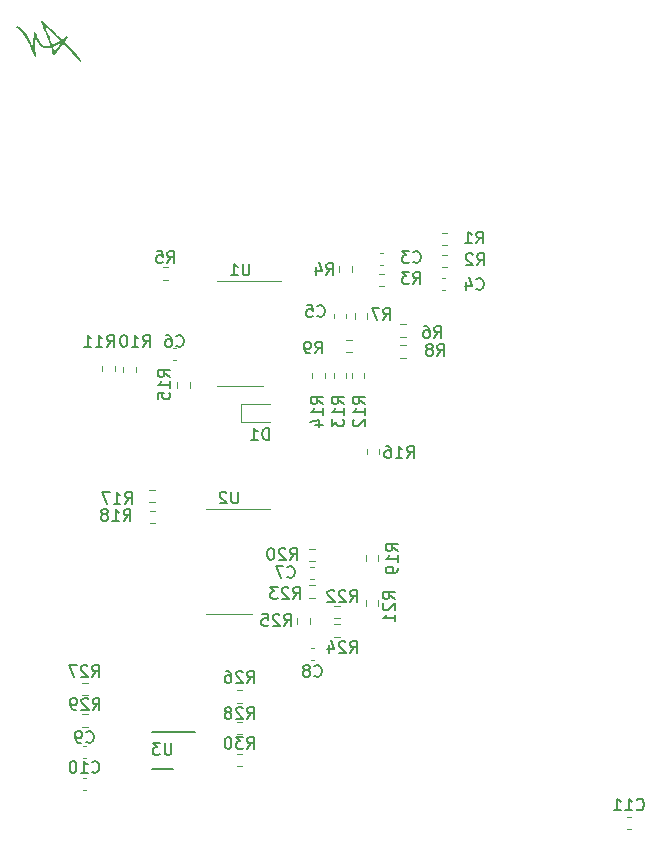
<source format=gbr>
%TF.GenerationSoftware,KiCad,Pcbnew,(7.0.0)*%
%TF.CreationDate,2024-02-23T19:06:02-08:00*%
%TF.ProjectId,Bottom_Board,426f7474-6f6d-45f4-926f-6172642e6b69,0*%
%TF.SameCoordinates,Original*%
%TF.FileFunction,Legend,Bot*%
%TF.FilePolarity,Positive*%
%FSLAX46Y46*%
G04 Gerber Fmt 4.6, Leading zero omitted, Abs format (unit mm)*
G04 Created by KiCad (PCBNEW (7.0.0)) date 2024-02-23 19:06:02*
%MOMM*%
%LPD*%
G01*
G04 APERTURE LIST*
%ADD10C,0.150000*%
%ADD11C,0.120000*%
%ADD12C,0.200000*%
G04 APERTURE END LIST*
D10*
%TO.C,D1*%
X123570094Y-100951380D02*
X123570094Y-99951380D01*
X123570094Y-99951380D02*
X123331999Y-99951380D01*
X123331999Y-99951380D02*
X123189142Y-99999000D01*
X123189142Y-99999000D02*
X123093904Y-100094238D01*
X123093904Y-100094238D02*
X123046285Y-100189476D01*
X123046285Y-100189476D02*
X122998666Y-100379952D01*
X122998666Y-100379952D02*
X122998666Y-100522809D01*
X122998666Y-100522809D02*
X123046285Y-100713285D01*
X123046285Y-100713285D02*
X123093904Y-100808523D01*
X123093904Y-100808523D02*
X123189142Y-100903761D01*
X123189142Y-100903761D02*
X123331999Y-100951380D01*
X123331999Y-100951380D02*
X123570094Y-100951380D01*
X122046285Y-100951380D02*
X122617713Y-100951380D01*
X122331999Y-100951380D02*
X122331999Y-99951380D01*
X122331999Y-99951380D02*
X122427237Y-100094238D01*
X122427237Y-100094238D02*
X122522475Y-100189476D01*
X122522475Y-100189476D02*
X122617713Y-100237095D01*
%TO.C,R11*%
X109862857Y-93077380D02*
X110196190Y-92601190D01*
X110434285Y-93077380D02*
X110434285Y-92077380D01*
X110434285Y-92077380D02*
X110053333Y-92077380D01*
X110053333Y-92077380D02*
X109958095Y-92125000D01*
X109958095Y-92125000D02*
X109910476Y-92172619D01*
X109910476Y-92172619D02*
X109862857Y-92267857D01*
X109862857Y-92267857D02*
X109862857Y-92410714D01*
X109862857Y-92410714D02*
X109910476Y-92505952D01*
X109910476Y-92505952D02*
X109958095Y-92553571D01*
X109958095Y-92553571D02*
X110053333Y-92601190D01*
X110053333Y-92601190D02*
X110434285Y-92601190D01*
X108910476Y-93077380D02*
X109481904Y-93077380D01*
X109196190Y-93077380D02*
X109196190Y-92077380D01*
X109196190Y-92077380D02*
X109291428Y-92220238D01*
X109291428Y-92220238D02*
X109386666Y-92315476D01*
X109386666Y-92315476D02*
X109481904Y-92363095D01*
X107958095Y-93077380D02*
X108529523Y-93077380D01*
X108243809Y-93077380D02*
X108243809Y-92077380D01*
X108243809Y-92077380D02*
X108339047Y-92220238D01*
X108339047Y-92220238D02*
X108434285Y-92315476D01*
X108434285Y-92315476D02*
X108529523Y-92363095D01*
%TO.C,R13*%
X129907380Y-97909142D02*
X129431190Y-97575809D01*
X129907380Y-97337714D02*
X128907380Y-97337714D01*
X128907380Y-97337714D02*
X128907380Y-97718666D01*
X128907380Y-97718666D02*
X128955000Y-97813904D01*
X128955000Y-97813904D02*
X129002619Y-97861523D01*
X129002619Y-97861523D02*
X129097857Y-97909142D01*
X129097857Y-97909142D02*
X129240714Y-97909142D01*
X129240714Y-97909142D02*
X129335952Y-97861523D01*
X129335952Y-97861523D02*
X129383571Y-97813904D01*
X129383571Y-97813904D02*
X129431190Y-97718666D01*
X129431190Y-97718666D02*
X129431190Y-97337714D01*
X129907380Y-98861523D02*
X129907380Y-98290095D01*
X129907380Y-98575809D02*
X128907380Y-98575809D01*
X128907380Y-98575809D02*
X129050238Y-98480571D01*
X129050238Y-98480571D02*
X129145476Y-98385333D01*
X129145476Y-98385333D02*
X129193095Y-98290095D01*
X128907380Y-99194857D02*
X128907380Y-99813904D01*
X128907380Y-99813904D02*
X129288333Y-99480571D01*
X129288333Y-99480571D02*
X129288333Y-99623428D01*
X129288333Y-99623428D02*
X129335952Y-99718666D01*
X129335952Y-99718666D02*
X129383571Y-99766285D01*
X129383571Y-99766285D02*
X129478809Y-99813904D01*
X129478809Y-99813904D02*
X129716904Y-99813904D01*
X129716904Y-99813904D02*
X129812142Y-99766285D01*
X129812142Y-99766285D02*
X129859761Y-99718666D01*
X129859761Y-99718666D02*
X129907380Y-99623428D01*
X129907380Y-99623428D02*
X129907380Y-99337714D01*
X129907380Y-99337714D02*
X129859761Y-99242476D01*
X129859761Y-99242476D02*
X129812142Y-99194857D01*
%TO.C,R15*%
X115175380Y-95623142D02*
X114699190Y-95289809D01*
X115175380Y-95051714D02*
X114175380Y-95051714D01*
X114175380Y-95051714D02*
X114175380Y-95432666D01*
X114175380Y-95432666D02*
X114223000Y-95527904D01*
X114223000Y-95527904D02*
X114270619Y-95575523D01*
X114270619Y-95575523D02*
X114365857Y-95623142D01*
X114365857Y-95623142D02*
X114508714Y-95623142D01*
X114508714Y-95623142D02*
X114603952Y-95575523D01*
X114603952Y-95575523D02*
X114651571Y-95527904D01*
X114651571Y-95527904D02*
X114699190Y-95432666D01*
X114699190Y-95432666D02*
X114699190Y-95051714D01*
X115175380Y-96575523D02*
X115175380Y-96004095D01*
X115175380Y-96289809D02*
X114175380Y-96289809D01*
X114175380Y-96289809D02*
X114318238Y-96194571D01*
X114318238Y-96194571D02*
X114413476Y-96099333D01*
X114413476Y-96099333D02*
X114461095Y-96004095D01*
X114175380Y-97480285D02*
X114175380Y-97004095D01*
X114175380Y-97004095D02*
X114651571Y-96956476D01*
X114651571Y-96956476D02*
X114603952Y-97004095D01*
X114603952Y-97004095D02*
X114556333Y-97099333D01*
X114556333Y-97099333D02*
X114556333Y-97337428D01*
X114556333Y-97337428D02*
X114603952Y-97432666D01*
X114603952Y-97432666D02*
X114651571Y-97480285D01*
X114651571Y-97480285D02*
X114746809Y-97527904D01*
X114746809Y-97527904D02*
X114984904Y-97527904D01*
X114984904Y-97527904D02*
X115080142Y-97480285D01*
X115080142Y-97480285D02*
X115127761Y-97432666D01*
X115127761Y-97432666D02*
X115175380Y-97337428D01*
X115175380Y-97337428D02*
X115175380Y-97099333D01*
X115175380Y-97099333D02*
X115127761Y-97004095D01*
X115127761Y-97004095D02*
X115080142Y-96956476D01*
%TO.C,C8*%
X127420666Y-120922142D02*
X127468285Y-120969761D01*
X127468285Y-120969761D02*
X127611142Y-121017380D01*
X127611142Y-121017380D02*
X127706380Y-121017380D01*
X127706380Y-121017380D02*
X127849237Y-120969761D01*
X127849237Y-120969761D02*
X127944475Y-120874523D01*
X127944475Y-120874523D02*
X127992094Y-120779285D01*
X127992094Y-120779285D02*
X128039713Y-120588809D01*
X128039713Y-120588809D02*
X128039713Y-120445952D01*
X128039713Y-120445952D02*
X127992094Y-120255476D01*
X127992094Y-120255476D02*
X127944475Y-120160238D01*
X127944475Y-120160238D02*
X127849237Y-120065000D01*
X127849237Y-120065000D02*
X127706380Y-120017380D01*
X127706380Y-120017380D02*
X127611142Y-120017380D01*
X127611142Y-120017380D02*
X127468285Y-120065000D01*
X127468285Y-120065000D02*
X127420666Y-120112619D01*
X126849237Y-120445952D02*
X126944475Y-120398333D01*
X126944475Y-120398333D02*
X126992094Y-120350714D01*
X126992094Y-120350714D02*
X127039713Y-120255476D01*
X127039713Y-120255476D02*
X127039713Y-120207857D01*
X127039713Y-120207857D02*
X126992094Y-120112619D01*
X126992094Y-120112619D02*
X126944475Y-120065000D01*
X126944475Y-120065000D02*
X126849237Y-120017380D01*
X126849237Y-120017380D02*
X126658761Y-120017380D01*
X126658761Y-120017380D02*
X126563523Y-120065000D01*
X126563523Y-120065000D02*
X126515904Y-120112619D01*
X126515904Y-120112619D02*
X126468285Y-120207857D01*
X126468285Y-120207857D02*
X126468285Y-120255476D01*
X126468285Y-120255476D02*
X126515904Y-120350714D01*
X126515904Y-120350714D02*
X126563523Y-120398333D01*
X126563523Y-120398333D02*
X126658761Y-120445952D01*
X126658761Y-120445952D02*
X126849237Y-120445952D01*
X126849237Y-120445952D02*
X126944475Y-120493571D01*
X126944475Y-120493571D02*
X126992094Y-120541190D01*
X126992094Y-120541190D02*
X127039713Y-120636428D01*
X127039713Y-120636428D02*
X127039713Y-120826904D01*
X127039713Y-120826904D02*
X126992094Y-120922142D01*
X126992094Y-120922142D02*
X126944475Y-120969761D01*
X126944475Y-120969761D02*
X126849237Y-121017380D01*
X126849237Y-121017380D02*
X126658761Y-121017380D01*
X126658761Y-121017380D02*
X126563523Y-120969761D01*
X126563523Y-120969761D02*
X126515904Y-120922142D01*
X126515904Y-120922142D02*
X126468285Y-120826904D01*
X126468285Y-120826904D02*
X126468285Y-120636428D01*
X126468285Y-120636428D02*
X126515904Y-120541190D01*
X126515904Y-120541190D02*
X126563523Y-120493571D01*
X126563523Y-120493571D02*
X126658761Y-120445952D01*
%TO.C,R16*%
X135262857Y-102475380D02*
X135596190Y-101999190D01*
X135834285Y-102475380D02*
X135834285Y-101475380D01*
X135834285Y-101475380D02*
X135453333Y-101475380D01*
X135453333Y-101475380D02*
X135358095Y-101523000D01*
X135358095Y-101523000D02*
X135310476Y-101570619D01*
X135310476Y-101570619D02*
X135262857Y-101665857D01*
X135262857Y-101665857D02*
X135262857Y-101808714D01*
X135262857Y-101808714D02*
X135310476Y-101903952D01*
X135310476Y-101903952D02*
X135358095Y-101951571D01*
X135358095Y-101951571D02*
X135453333Y-101999190D01*
X135453333Y-101999190D02*
X135834285Y-101999190D01*
X134310476Y-102475380D02*
X134881904Y-102475380D01*
X134596190Y-102475380D02*
X134596190Y-101475380D01*
X134596190Y-101475380D02*
X134691428Y-101618238D01*
X134691428Y-101618238D02*
X134786666Y-101713476D01*
X134786666Y-101713476D02*
X134881904Y-101761095D01*
X133453333Y-101475380D02*
X133643809Y-101475380D01*
X133643809Y-101475380D02*
X133739047Y-101523000D01*
X133739047Y-101523000D02*
X133786666Y-101570619D01*
X133786666Y-101570619D02*
X133881904Y-101713476D01*
X133881904Y-101713476D02*
X133929523Y-101903952D01*
X133929523Y-101903952D02*
X133929523Y-102284904D01*
X133929523Y-102284904D02*
X133881904Y-102380142D01*
X133881904Y-102380142D02*
X133834285Y-102427761D01*
X133834285Y-102427761D02*
X133739047Y-102475380D01*
X133739047Y-102475380D02*
X133548571Y-102475380D01*
X133548571Y-102475380D02*
X133453333Y-102427761D01*
X133453333Y-102427761D02*
X133405714Y-102380142D01*
X133405714Y-102380142D02*
X133358095Y-102284904D01*
X133358095Y-102284904D02*
X133358095Y-102046809D01*
X133358095Y-102046809D02*
X133405714Y-101951571D01*
X133405714Y-101951571D02*
X133453333Y-101903952D01*
X133453333Y-101903952D02*
X133548571Y-101856333D01*
X133548571Y-101856333D02*
X133739047Y-101856333D01*
X133739047Y-101856333D02*
X133834285Y-101903952D01*
X133834285Y-101903952D02*
X133881904Y-101951571D01*
X133881904Y-101951571D02*
X133929523Y-102046809D01*
%TO.C,C3*%
X135802666Y-85870142D02*
X135850285Y-85917761D01*
X135850285Y-85917761D02*
X135993142Y-85965380D01*
X135993142Y-85965380D02*
X136088380Y-85965380D01*
X136088380Y-85965380D02*
X136231237Y-85917761D01*
X136231237Y-85917761D02*
X136326475Y-85822523D01*
X136326475Y-85822523D02*
X136374094Y-85727285D01*
X136374094Y-85727285D02*
X136421713Y-85536809D01*
X136421713Y-85536809D02*
X136421713Y-85393952D01*
X136421713Y-85393952D02*
X136374094Y-85203476D01*
X136374094Y-85203476D02*
X136326475Y-85108238D01*
X136326475Y-85108238D02*
X136231237Y-85013000D01*
X136231237Y-85013000D02*
X136088380Y-84965380D01*
X136088380Y-84965380D02*
X135993142Y-84965380D01*
X135993142Y-84965380D02*
X135850285Y-85013000D01*
X135850285Y-85013000D02*
X135802666Y-85060619D01*
X135469332Y-84965380D02*
X134850285Y-84965380D01*
X134850285Y-84965380D02*
X135183618Y-85346333D01*
X135183618Y-85346333D02*
X135040761Y-85346333D01*
X135040761Y-85346333D02*
X134945523Y-85393952D01*
X134945523Y-85393952D02*
X134897904Y-85441571D01*
X134897904Y-85441571D02*
X134850285Y-85536809D01*
X134850285Y-85536809D02*
X134850285Y-85774904D01*
X134850285Y-85774904D02*
X134897904Y-85870142D01*
X134897904Y-85870142D02*
X134945523Y-85917761D01*
X134945523Y-85917761D02*
X135040761Y-85965380D01*
X135040761Y-85965380D02*
X135326475Y-85965380D01*
X135326475Y-85965380D02*
X135421713Y-85917761D01*
X135421713Y-85917761D02*
X135469332Y-85870142D01*
%TO.C,U1*%
X121919904Y-86035380D02*
X121919904Y-86844904D01*
X121919904Y-86844904D02*
X121872285Y-86940142D01*
X121872285Y-86940142D02*
X121824666Y-86987761D01*
X121824666Y-86987761D02*
X121729428Y-87035380D01*
X121729428Y-87035380D02*
X121538952Y-87035380D01*
X121538952Y-87035380D02*
X121443714Y-86987761D01*
X121443714Y-86987761D02*
X121396095Y-86940142D01*
X121396095Y-86940142D02*
X121348476Y-86844904D01*
X121348476Y-86844904D02*
X121348476Y-86035380D01*
X120348476Y-87035380D02*
X120919904Y-87035380D01*
X120634190Y-87035380D02*
X120634190Y-86035380D01*
X120634190Y-86035380D02*
X120729428Y-86178238D01*
X120729428Y-86178238D02*
X120824666Y-86273476D01*
X120824666Y-86273476D02*
X120919904Y-86321095D01*
%TO.C,R10*%
X112910857Y-93077380D02*
X113244190Y-92601190D01*
X113482285Y-93077380D02*
X113482285Y-92077380D01*
X113482285Y-92077380D02*
X113101333Y-92077380D01*
X113101333Y-92077380D02*
X113006095Y-92125000D01*
X113006095Y-92125000D02*
X112958476Y-92172619D01*
X112958476Y-92172619D02*
X112910857Y-92267857D01*
X112910857Y-92267857D02*
X112910857Y-92410714D01*
X112910857Y-92410714D02*
X112958476Y-92505952D01*
X112958476Y-92505952D02*
X113006095Y-92553571D01*
X113006095Y-92553571D02*
X113101333Y-92601190D01*
X113101333Y-92601190D02*
X113482285Y-92601190D01*
X111958476Y-93077380D02*
X112529904Y-93077380D01*
X112244190Y-93077380D02*
X112244190Y-92077380D01*
X112244190Y-92077380D02*
X112339428Y-92220238D01*
X112339428Y-92220238D02*
X112434666Y-92315476D01*
X112434666Y-92315476D02*
X112529904Y-92363095D01*
X111339428Y-92077380D02*
X111244190Y-92077380D01*
X111244190Y-92077380D02*
X111148952Y-92125000D01*
X111148952Y-92125000D02*
X111101333Y-92172619D01*
X111101333Y-92172619D02*
X111053714Y-92267857D01*
X111053714Y-92267857D02*
X111006095Y-92458333D01*
X111006095Y-92458333D02*
X111006095Y-92696428D01*
X111006095Y-92696428D02*
X111053714Y-92886904D01*
X111053714Y-92886904D02*
X111101333Y-92982142D01*
X111101333Y-92982142D02*
X111148952Y-93029761D01*
X111148952Y-93029761D02*
X111244190Y-93077380D01*
X111244190Y-93077380D02*
X111339428Y-93077380D01*
X111339428Y-93077380D02*
X111434666Y-93029761D01*
X111434666Y-93029761D02*
X111482285Y-92982142D01*
X111482285Y-92982142D02*
X111529904Y-92886904D01*
X111529904Y-92886904D02*
X111577523Y-92696428D01*
X111577523Y-92696428D02*
X111577523Y-92458333D01*
X111577523Y-92458333D02*
X111529904Y-92267857D01*
X111529904Y-92267857D02*
X111482285Y-92172619D01*
X111482285Y-92172619D02*
X111434666Y-92125000D01*
X111434666Y-92125000D02*
X111339428Y-92077380D01*
%TO.C,R19*%
X134479380Y-110355142D02*
X134003190Y-110021809D01*
X134479380Y-109783714D02*
X133479380Y-109783714D01*
X133479380Y-109783714D02*
X133479380Y-110164666D01*
X133479380Y-110164666D02*
X133527000Y-110259904D01*
X133527000Y-110259904D02*
X133574619Y-110307523D01*
X133574619Y-110307523D02*
X133669857Y-110355142D01*
X133669857Y-110355142D02*
X133812714Y-110355142D01*
X133812714Y-110355142D02*
X133907952Y-110307523D01*
X133907952Y-110307523D02*
X133955571Y-110259904D01*
X133955571Y-110259904D02*
X134003190Y-110164666D01*
X134003190Y-110164666D02*
X134003190Y-109783714D01*
X134479380Y-111307523D02*
X134479380Y-110736095D01*
X134479380Y-111021809D02*
X133479380Y-111021809D01*
X133479380Y-111021809D02*
X133622238Y-110926571D01*
X133622238Y-110926571D02*
X133717476Y-110831333D01*
X133717476Y-110831333D02*
X133765095Y-110736095D01*
X134479380Y-111783714D02*
X134479380Y-111974190D01*
X134479380Y-111974190D02*
X134431761Y-112069428D01*
X134431761Y-112069428D02*
X134384142Y-112117047D01*
X134384142Y-112117047D02*
X134241285Y-112212285D01*
X134241285Y-112212285D02*
X134050809Y-112259904D01*
X134050809Y-112259904D02*
X133669857Y-112259904D01*
X133669857Y-112259904D02*
X133574619Y-112212285D01*
X133574619Y-112212285D02*
X133527000Y-112164666D01*
X133527000Y-112164666D02*
X133479380Y-112069428D01*
X133479380Y-112069428D02*
X133479380Y-111878952D01*
X133479380Y-111878952D02*
X133527000Y-111783714D01*
X133527000Y-111783714D02*
X133574619Y-111736095D01*
X133574619Y-111736095D02*
X133669857Y-111688476D01*
X133669857Y-111688476D02*
X133907952Y-111688476D01*
X133907952Y-111688476D02*
X134003190Y-111736095D01*
X134003190Y-111736095D02*
X134050809Y-111783714D01*
X134050809Y-111783714D02*
X134098428Y-111878952D01*
X134098428Y-111878952D02*
X134098428Y-112069428D01*
X134098428Y-112069428D02*
X134050809Y-112164666D01*
X134050809Y-112164666D02*
X134003190Y-112212285D01*
X134003190Y-112212285D02*
X133907952Y-112259904D01*
%TO.C,R14*%
X128129380Y-97909142D02*
X127653190Y-97575809D01*
X128129380Y-97337714D02*
X127129380Y-97337714D01*
X127129380Y-97337714D02*
X127129380Y-97718666D01*
X127129380Y-97718666D02*
X127177000Y-97813904D01*
X127177000Y-97813904D02*
X127224619Y-97861523D01*
X127224619Y-97861523D02*
X127319857Y-97909142D01*
X127319857Y-97909142D02*
X127462714Y-97909142D01*
X127462714Y-97909142D02*
X127557952Y-97861523D01*
X127557952Y-97861523D02*
X127605571Y-97813904D01*
X127605571Y-97813904D02*
X127653190Y-97718666D01*
X127653190Y-97718666D02*
X127653190Y-97337714D01*
X128129380Y-98861523D02*
X128129380Y-98290095D01*
X128129380Y-98575809D02*
X127129380Y-98575809D01*
X127129380Y-98575809D02*
X127272238Y-98480571D01*
X127272238Y-98480571D02*
X127367476Y-98385333D01*
X127367476Y-98385333D02*
X127415095Y-98290095D01*
X127462714Y-99718666D02*
X128129380Y-99718666D01*
X127081761Y-99480571D02*
X127796047Y-99242476D01*
X127796047Y-99242476D02*
X127796047Y-99861523D01*
%TO.C,U2*%
X120968904Y-105339380D02*
X120968904Y-106148904D01*
X120968904Y-106148904D02*
X120921285Y-106244142D01*
X120921285Y-106244142D02*
X120873666Y-106291761D01*
X120873666Y-106291761D02*
X120778428Y-106339380D01*
X120778428Y-106339380D02*
X120587952Y-106339380D01*
X120587952Y-106339380D02*
X120492714Y-106291761D01*
X120492714Y-106291761D02*
X120445095Y-106244142D01*
X120445095Y-106244142D02*
X120397476Y-106148904D01*
X120397476Y-106148904D02*
X120397476Y-105339380D01*
X119968904Y-105434619D02*
X119921285Y-105387000D01*
X119921285Y-105387000D02*
X119826047Y-105339380D01*
X119826047Y-105339380D02*
X119587952Y-105339380D01*
X119587952Y-105339380D02*
X119492714Y-105387000D01*
X119492714Y-105387000D02*
X119445095Y-105434619D01*
X119445095Y-105434619D02*
X119397476Y-105529857D01*
X119397476Y-105529857D02*
X119397476Y-105625095D01*
X119397476Y-105625095D02*
X119445095Y-105767952D01*
X119445095Y-105767952D02*
X120016523Y-106339380D01*
X120016523Y-106339380D02*
X119397476Y-106339380D01*
%TO.C,R24*%
X130436857Y-118985380D02*
X130770190Y-118509190D01*
X131008285Y-118985380D02*
X131008285Y-117985380D01*
X131008285Y-117985380D02*
X130627333Y-117985380D01*
X130627333Y-117985380D02*
X130532095Y-118033000D01*
X130532095Y-118033000D02*
X130484476Y-118080619D01*
X130484476Y-118080619D02*
X130436857Y-118175857D01*
X130436857Y-118175857D02*
X130436857Y-118318714D01*
X130436857Y-118318714D02*
X130484476Y-118413952D01*
X130484476Y-118413952D02*
X130532095Y-118461571D01*
X130532095Y-118461571D02*
X130627333Y-118509190D01*
X130627333Y-118509190D02*
X131008285Y-118509190D01*
X130055904Y-118080619D02*
X130008285Y-118033000D01*
X130008285Y-118033000D02*
X129913047Y-117985380D01*
X129913047Y-117985380D02*
X129674952Y-117985380D01*
X129674952Y-117985380D02*
X129579714Y-118033000D01*
X129579714Y-118033000D02*
X129532095Y-118080619D01*
X129532095Y-118080619D02*
X129484476Y-118175857D01*
X129484476Y-118175857D02*
X129484476Y-118271095D01*
X129484476Y-118271095D02*
X129532095Y-118413952D01*
X129532095Y-118413952D02*
X130103523Y-118985380D01*
X130103523Y-118985380D02*
X129484476Y-118985380D01*
X128627333Y-118318714D02*
X128627333Y-118985380D01*
X128865428Y-117937761D02*
X129103523Y-118652047D01*
X129103523Y-118652047D02*
X128484476Y-118652047D01*
%TO.C,R18*%
X111281467Y-107834780D02*
X111614800Y-107358590D01*
X111852895Y-107834780D02*
X111852895Y-106834780D01*
X111852895Y-106834780D02*
X111471943Y-106834780D01*
X111471943Y-106834780D02*
X111376705Y-106882400D01*
X111376705Y-106882400D02*
X111329086Y-106930019D01*
X111329086Y-106930019D02*
X111281467Y-107025257D01*
X111281467Y-107025257D02*
X111281467Y-107168114D01*
X111281467Y-107168114D02*
X111329086Y-107263352D01*
X111329086Y-107263352D02*
X111376705Y-107310971D01*
X111376705Y-107310971D02*
X111471943Y-107358590D01*
X111471943Y-107358590D02*
X111852895Y-107358590D01*
X110329086Y-107834780D02*
X110900514Y-107834780D01*
X110614800Y-107834780D02*
X110614800Y-106834780D01*
X110614800Y-106834780D02*
X110710038Y-106977638D01*
X110710038Y-106977638D02*
X110805276Y-107072876D01*
X110805276Y-107072876D02*
X110900514Y-107120495D01*
X109757657Y-107263352D02*
X109852895Y-107215733D01*
X109852895Y-107215733D02*
X109900514Y-107168114D01*
X109900514Y-107168114D02*
X109948133Y-107072876D01*
X109948133Y-107072876D02*
X109948133Y-107025257D01*
X109948133Y-107025257D02*
X109900514Y-106930019D01*
X109900514Y-106930019D02*
X109852895Y-106882400D01*
X109852895Y-106882400D02*
X109757657Y-106834780D01*
X109757657Y-106834780D02*
X109567181Y-106834780D01*
X109567181Y-106834780D02*
X109471943Y-106882400D01*
X109471943Y-106882400D02*
X109424324Y-106930019D01*
X109424324Y-106930019D02*
X109376705Y-107025257D01*
X109376705Y-107025257D02*
X109376705Y-107072876D01*
X109376705Y-107072876D02*
X109424324Y-107168114D01*
X109424324Y-107168114D02*
X109471943Y-107215733D01*
X109471943Y-107215733D02*
X109567181Y-107263352D01*
X109567181Y-107263352D02*
X109757657Y-107263352D01*
X109757657Y-107263352D02*
X109852895Y-107310971D01*
X109852895Y-107310971D02*
X109900514Y-107358590D01*
X109900514Y-107358590D02*
X109948133Y-107453828D01*
X109948133Y-107453828D02*
X109948133Y-107644304D01*
X109948133Y-107644304D02*
X109900514Y-107739542D01*
X109900514Y-107739542D02*
X109852895Y-107787161D01*
X109852895Y-107787161D02*
X109757657Y-107834780D01*
X109757657Y-107834780D02*
X109567181Y-107834780D01*
X109567181Y-107834780D02*
X109471943Y-107787161D01*
X109471943Y-107787161D02*
X109424324Y-107739542D01*
X109424324Y-107739542D02*
X109376705Y-107644304D01*
X109376705Y-107644304D02*
X109376705Y-107453828D01*
X109376705Y-107453828D02*
X109424324Y-107358590D01*
X109424324Y-107358590D02*
X109471943Y-107310971D01*
X109471943Y-107310971D02*
X109567181Y-107263352D01*
%TO.C,R1*%
X141136666Y-84320480D02*
X141469999Y-83844290D01*
X141708094Y-84320480D02*
X141708094Y-83320480D01*
X141708094Y-83320480D02*
X141327142Y-83320480D01*
X141327142Y-83320480D02*
X141231904Y-83368100D01*
X141231904Y-83368100D02*
X141184285Y-83415719D01*
X141184285Y-83415719D02*
X141136666Y-83510957D01*
X141136666Y-83510957D02*
X141136666Y-83653814D01*
X141136666Y-83653814D02*
X141184285Y-83749052D01*
X141184285Y-83749052D02*
X141231904Y-83796671D01*
X141231904Y-83796671D02*
X141327142Y-83844290D01*
X141327142Y-83844290D02*
X141708094Y-83844290D01*
X140184285Y-84320480D02*
X140755713Y-84320480D01*
X140469999Y-84320480D02*
X140469999Y-83320480D01*
X140469999Y-83320480D02*
X140565237Y-83463338D01*
X140565237Y-83463338D02*
X140660475Y-83558576D01*
X140660475Y-83558576D02*
X140755713Y-83606195D01*
%TO.C,R5*%
X114974666Y-85965380D02*
X115307999Y-85489190D01*
X115546094Y-85965380D02*
X115546094Y-84965380D01*
X115546094Y-84965380D02*
X115165142Y-84965380D01*
X115165142Y-84965380D02*
X115069904Y-85013000D01*
X115069904Y-85013000D02*
X115022285Y-85060619D01*
X115022285Y-85060619D02*
X114974666Y-85155857D01*
X114974666Y-85155857D02*
X114974666Y-85298714D01*
X114974666Y-85298714D02*
X115022285Y-85393952D01*
X115022285Y-85393952D02*
X115069904Y-85441571D01*
X115069904Y-85441571D02*
X115165142Y-85489190D01*
X115165142Y-85489190D02*
X115546094Y-85489190D01*
X114069904Y-84965380D02*
X114546094Y-84965380D01*
X114546094Y-84965380D02*
X114593713Y-85441571D01*
X114593713Y-85441571D02*
X114546094Y-85393952D01*
X114546094Y-85393952D02*
X114450856Y-85346333D01*
X114450856Y-85346333D02*
X114212761Y-85346333D01*
X114212761Y-85346333D02*
X114117523Y-85393952D01*
X114117523Y-85393952D02*
X114069904Y-85441571D01*
X114069904Y-85441571D02*
X114022285Y-85536809D01*
X114022285Y-85536809D02*
X114022285Y-85774904D01*
X114022285Y-85774904D02*
X114069904Y-85870142D01*
X114069904Y-85870142D02*
X114117523Y-85917761D01*
X114117523Y-85917761D02*
X114212761Y-85965380D01*
X114212761Y-85965380D02*
X114450856Y-85965380D01*
X114450856Y-85965380D02*
X114546094Y-85917761D01*
X114546094Y-85917761D02*
X114593713Y-85870142D01*
%TO.C,R6*%
X137580666Y-92315380D02*
X137913999Y-91839190D01*
X138152094Y-92315380D02*
X138152094Y-91315380D01*
X138152094Y-91315380D02*
X137771142Y-91315380D01*
X137771142Y-91315380D02*
X137675904Y-91363000D01*
X137675904Y-91363000D02*
X137628285Y-91410619D01*
X137628285Y-91410619D02*
X137580666Y-91505857D01*
X137580666Y-91505857D02*
X137580666Y-91648714D01*
X137580666Y-91648714D02*
X137628285Y-91743952D01*
X137628285Y-91743952D02*
X137675904Y-91791571D01*
X137675904Y-91791571D02*
X137771142Y-91839190D01*
X137771142Y-91839190D02*
X138152094Y-91839190D01*
X136723523Y-91315380D02*
X136913999Y-91315380D01*
X136913999Y-91315380D02*
X137009237Y-91363000D01*
X137009237Y-91363000D02*
X137056856Y-91410619D01*
X137056856Y-91410619D02*
X137152094Y-91553476D01*
X137152094Y-91553476D02*
X137199713Y-91743952D01*
X137199713Y-91743952D02*
X137199713Y-92124904D01*
X137199713Y-92124904D02*
X137152094Y-92220142D01*
X137152094Y-92220142D02*
X137104475Y-92267761D01*
X137104475Y-92267761D02*
X137009237Y-92315380D01*
X137009237Y-92315380D02*
X136818761Y-92315380D01*
X136818761Y-92315380D02*
X136723523Y-92267761D01*
X136723523Y-92267761D02*
X136675904Y-92220142D01*
X136675904Y-92220142D02*
X136628285Y-92124904D01*
X136628285Y-92124904D02*
X136628285Y-91886809D01*
X136628285Y-91886809D02*
X136675904Y-91791571D01*
X136675904Y-91791571D02*
X136723523Y-91743952D01*
X136723523Y-91743952D02*
X136818761Y-91696333D01*
X136818761Y-91696333D02*
X137009237Y-91696333D01*
X137009237Y-91696333D02*
X137104475Y-91743952D01*
X137104475Y-91743952D02*
X137152094Y-91791571D01*
X137152094Y-91791571D02*
X137199713Y-91886809D01*
%TO.C,R23*%
X125610857Y-114413380D02*
X125944190Y-113937190D01*
X126182285Y-114413380D02*
X126182285Y-113413380D01*
X126182285Y-113413380D02*
X125801333Y-113413380D01*
X125801333Y-113413380D02*
X125706095Y-113461000D01*
X125706095Y-113461000D02*
X125658476Y-113508619D01*
X125658476Y-113508619D02*
X125610857Y-113603857D01*
X125610857Y-113603857D02*
X125610857Y-113746714D01*
X125610857Y-113746714D02*
X125658476Y-113841952D01*
X125658476Y-113841952D02*
X125706095Y-113889571D01*
X125706095Y-113889571D02*
X125801333Y-113937190D01*
X125801333Y-113937190D02*
X126182285Y-113937190D01*
X125229904Y-113508619D02*
X125182285Y-113461000D01*
X125182285Y-113461000D02*
X125087047Y-113413380D01*
X125087047Y-113413380D02*
X124848952Y-113413380D01*
X124848952Y-113413380D02*
X124753714Y-113461000D01*
X124753714Y-113461000D02*
X124706095Y-113508619D01*
X124706095Y-113508619D02*
X124658476Y-113603857D01*
X124658476Y-113603857D02*
X124658476Y-113699095D01*
X124658476Y-113699095D02*
X124706095Y-113841952D01*
X124706095Y-113841952D02*
X125277523Y-114413380D01*
X125277523Y-114413380D02*
X124658476Y-114413380D01*
X124325142Y-113413380D02*
X123706095Y-113413380D01*
X123706095Y-113413380D02*
X124039428Y-113794333D01*
X124039428Y-113794333D02*
X123896571Y-113794333D01*
X123896571Y-113794333D02*
X123801333Y-113841952D01*
X123801333Y-113841952D02*
X123753714Y-113889571D01*
X123753714Y-113889571D02*
X123706095Y-113984809D01*
X123706095Y-113984809D02*
X123706095Y-114222904D01*
X123706095Y-114222904D02*
X123753714Y-114318142D01*
X123753714Y-114318142D02*
X123801333Y-114365761D01*
X123801333Y-114365761D02*
X123896571Y-114413380D01*
X123896571Y-114413380D02*
X124182285Y-114413380D01*
X124182285Y-114413380D02*
X124277523Y-114365761D01*
X124277523Y-114365761D02*
X124325142Y-114318142D01*
%TO.C,R2*%
X141197666Y-86177855D02*
X141530999Y-85701665D01*
X141769094Y-86177855D02*
X141769094Y-85177855D01*
X141769094Y-85177855D02*
X141388142Y-85177855D01*
X141388142Y-85177855D02*
X141292904Y-85225475D01*
X141292904Y-85225475D02*
X141245285Y-85273094D01*
X141245285Y-85273094D02*
X141197666Y-85368332D01*
X141197666Y-85368332D02*
X141197666Y-85511189D01*
X141197666Y-85511189D02*
X141245285Y-85606427D01*
X141245285Y-85606427D02*
X141292904Y-85654046D01*
X141292904Y-85654046D02*
X141388142Y-85701665D01*
X141388142Y-85701665D02*
X141769094Y-85701665D01*
X140816713Y-85273094D02*
X140769094Y-85225475D01*
X140769094Y-85225475D02*
X140673856Y-85177855D01*
X140673856Y-85177855D02*
X140435761Y-85177855D01*
X140435761Y-85177855D02*
X140340523Y-85225475D01*
X140340523Y-85225475D02*
X140292904Y-85273094D01*
X140292904Y-85273094D02*
X140245285Y-85368332D01*
X140245285Y-85368332D02*
X140245285Y-85463570D01*
X140245285Y-85463570D02*
X140292904Y-85606427D01*
X140292904Y-85606427D02*
X140864332Y-86177855D01*
X140864332Y-86177855D02*
X140245285Y-86177855D01*
%TO.C,C7*%
X125134666Y-112540142D02*
X125182285Y-112587761D01*
X125182285Y-112587761D02*
X125325142Y-112635380D01*
X125325142Y-112635380D02*
X125420380Y-112635380D01*
X125420380Y-112635380D02*
X125563237Y-112587761D01*
X125563237Y-112587761D02*
X125658475Y-112492523D01*
X125658475Y-112492523D02*
X125706094Y-112397285D01*
X125706094Y-112397285D02*
X125753713Y-112206809D01*
X125753713Y-112206809D02*
X125753713Y-112063952D01*
X125753713Y-112063952D02*
X125706094Y-111873476D01*
X125706094Y-111873476D02*
X125658475Y-111778238D01*
X125658475Y-111778238D02*
X125563237Y-111683000D01*
X125563237Y-111683000D02*
X125420380Y-111635380D01*
X125420380Y-111635380D02*
X125325142Y-111635380D01*
X125325142Y-111635380D02*
X125182285Y-111683000D01*
X125182285Y-111683000D02*
X125134666Y-111730619D01*
X124801332Y-111635380D02*
X124134666Y-111635380D01*
X124134666Y-111635380D02*
X124563237Y-112635380D01*
%TO.C,C5*%
X127674666Y-90442142D02*
X127722285Y-90489761D01*
X127722285Y-90489761D02*
X127865142Y-90537380D01*
X127865142Y-90537380D02*
X127960380Y-90537380D01*
X127960380Y-90537380D02*
X128103237Y-90489761D01*
X128103237Y-90489761D02*
X128198475Y-90394523D01*
X128198475Y-90394523D02*
X128246094Y-90299285D01*
X128246094Y-90299285D02*
X128293713Y-90108809D01*
X128293713Y-90108809D02*
X128293713Y-89965952D01*
X128293713Y-89965952D02*
X128246094Y-89775476D01*
X128246094Y-89775476D02*
X128198475Y-89680238D01*
X128198475Y-89680238D02*
X128103237Y-89585000D01*
X128103237Y-89585000D02*
X127960380Y-89537380D01*
X127960380Y-89537380D02*
X127865142Y-89537380D01*
X127865142Y-89537380D02*
X127722285Y-89585000D01*
X127722285Y-89585000D02*
X127674666Y-89632619D01*
X126769904Y-89537380D02*
X127246094Y-89537380D01*
X127246094Y-89537380D02*
X127293713Y-90013571D01*
X127293713Y-90013571D02*
X127246094Y-89965952D01*
X127246094Y-89965952D02*
X127150856Y-89918333D01*
X127150856Y-89918333D02*
X126912761Y-89918333D01*
X126912761Y-89918333D02*
X126817523Y-89965952D01*
X126817523Y-89965952D02*
X126769904Y-90013571D01*
X126769904Y-90013571D02*
X126722285Y-90108809D01*
X126722285Y-90108809D02*
X126722285Y-90346904D01*
X126722285Y-90346904D02*
X126769904Y-90442142D01*
X126769904Y-90442142D02*
X126817523Y-90489761D01*
X126817523Y-90489761D02*
X126912761Y-90537380D01*
X126912761Y-90537380D02*
X127150856Y-90537380D01*
X127150856Y-90537380D02*
X127246094Y-90489761D01*
X127246094Y-90489761D02*
X127293713Y-90442142D01*
%TO.C,R12*%
X131685380Y-97909142D02*
X131209190Y-97575809D01*
X131685380Y-97337714D02*
X130685380Y-97337714D01*
X130685380Y-97337714D02*
X130685380Y-97718666D01*
X130685380Y-97718666D02*
X130733000Y-97813904D01*
X130733000Y-97813904D02*
X130780619Y-97861523D01*
X130780619Y-97861523D02*
X130875857Y-97909142D01*
X130875857Y-97909142D02*
X131018714Y-97909142D01*
X131018714Y-97909142D02*
X131113952Y-97861523D01*
X131113952Y-97861523D02*
X131161571Y-97813904D01*
X131161571Y-97813904D02*
X131209190Y-97718666D01*
X131209190Y-97718666D02*
X131209190Y-97337714D01*
X131685380Y-98861523D02*
X131685380Y-98290095D01*
X131685380Y-98575809D02*
X130685380Y-98575809D01*
X130685380Y-98575809D02*
X130828238Y-98480571D01*
X130828238Y-98480571D02*
X130923476Y-98385333D01*
X130923476Y-98385333D02*
X130971095Y-98290095D01*
X130780619Y-99242476D02*
X130733000Y-99290095D01*
X130733000Y-99290095D02*
X130685380Y-99385333D01*
X130685380Y-99385333D02*
X130685380Y-99623428D01*
X130685380Y-99623428D02*
X130733000Y-99718666D01*
X130733000Y-99718666D02*
X130780619Y-99766285D01*
X130780619Y-99766285D02*
X130875857Y-99813904D01*
X130875857Y-99813904D02*
X130971095Y-99813904D01*
X130971095Y-99813904D02*
X131113952Y-99766285D01*
X131113952Y-99766285D02*
X131685380Y-99194857D01*
X131685380Y-99194857D02*
X131685380Y-99813904D01*
%TO.C,R22*%
X130436857Y-114667380D02*
X130770190Y-114191190D01*
X131008285Y-114667380D02*
X131008285Y-113667380D01*
X131008285Y-113667380D02*
X130627333Y-113667380D01*
X130627333Y-113667380D02*
X130532095Y-113715000D01*
X130532095Y-113715000D02*
X130484476Y-113762619D01*
X130484476Y-113762619D02*
X130436857Y-113857857D01*
X130436857Y-113857857D02*
X130436857Y-114000714D01*
X130436857Y-114000714D02*
X130484476Y-114095952D01*
X130484476Y-114095952D02*
X130532095Y-114143571D01*
X130532095Y-114143571D02*
X130627333Y-114191190D01*
X130627333Y-114191190D02*
X131008285Y-114191190D01*
X130055904Y-113762619D02*
X130008285Y-113715000D01*
X130008285Y-113715000D02*
X129913047Y-113667380D01*
X129913047Y-113667380D02*
X129674952Y-113667380D01*
X129674952Y-113667380D02*
X129579714Y-113715000D01*
X129579714Y-113715000D02*
X129532095Y-113762619D01*
X129532095Y-113762619D02*
X129484476Y-113857857D01*
X129484476Y-113857857D02*
X129484476Y-113953095D01*
X129484476Y-113953095D02*
X129532095Y-114095952D01*
X129532095Y-114095952D02*
X130103523Y-114667380D01*
X130103523Y-114667380D02*
X129484476Y-114667380D01*
X129103523Y-113762619D02*
X129055904Y-113715000D01*
X129055904Y-113715000D02*
X128960666Y-113667380D01*
X128960666Y-113667380D02*
X128722571Y-113667380D01*
X128722571Y-113667380D02*
X128627333Y-113715000D01*
X128627333Y-113715000D02*
X128579714Y-113762619D01*
X128579714Y-113762619D02*
X128532095Y-113857857D01*
X128532095Y-113857857D02*
X128532095Y-113953095D01*
X128532095Y-113953095D02*
X128579714Y-114095952D01*
X128579714Y-114095952D02*
X129151142Y-114667380D01*
X129151142Y-114667380D02*
X128532095Y-114667380D01*
%TO.C,R20*%
X125356857Y-111111380D02*
X125690190Y-110635190D01*
X125928285Y-111111380D02*
X125928285Y-110111380D01*
X125928285Y-110111380D02*
X125547333Y-110111380D01*
X125547333Y-110111380D02*
X125452095Y-110159000D01*
X125452095Y-110159000D02*
X125404476Y-110206619D01*
X125404476Y-110206619D02*
X125356857Y-110301857D01*
X125356857Y-110301857D02*
X125356857Y-110444714D01*
X125356857Y-110444714D02*
X125404476Y-110539952D01*
X125404476Y-110539952D02*
X125452095Y-110587571D01*
X125452095Y-110587571D02*
X125547333Y-110635190D01*
X125547333Y-110635190D02*
X125928285Y-110635190D01*
X124975904Y-110206619D02*
X124928285Y-110159000D01*
X124928285Y-110159000D02*
X124833047Y-110111380D01*
X124833047Y-110111380D02*
X124594952Y-110111380D01*
X124594952Y-110111380D02*
X124499714Y-110159000D01*
X124499714Y-110159000D02*
X124452095Y-110206619D01*
X124452095Y-110206619D02*
X124404476Y-110301857D01*
X124404476Y-110301857D02*
X124404476Y-110397095D01*
X124404476Y-110397095D02*
X124452095Y-110539952D01*
X124452095Y-110539952D02*
X125023523Y-111111380D01*
X125023523Y-111111380D02*
X124404476Y-111111380D01*
X123785428Y-110111380D02*
X123690190Y-110111380D01*
X123690190Y-110111380D02*
X123594952Y-110159000D01*
X123594952Y-110159000D02*
X123547333Y-110206619D01*
X123547333Y-110206619D02*
X123499714Y-110301857D01*
X123499714Y-110301857D02*
X123452095Y-110492333D01*
X123452095Y-110492333D02*
X123452095Y-110730428D01*
X123452095Y-110730428D02*
X123499714Y-110920904D01*
X123499714Y-110920904D02*
X123547333Y-111016142D01*
X123547333Y-111016142D02*
X123594952Y-111063761D01*
X123594952Y-111063761D02*
X123690190Y-111111380D01*
X123690190Y-111111380D02*
X123785428Y-111111380D01*
X123785428Y-111111380D02*
X123880666Y-111063761D01*
X123880666Y-111063761D02*
X123928285Y-111016142D01*
X123928285Y-111016142D02*
X123975904Y-110920904D01*
X123975904Y-110920904D02*
X124023523Y-110730428D01*
X124023523Y-110730428D02*
X124023523Y-110492333D01*
X124023523Y-110492333D02*
X123975904Y-110301857D01*
X123975904Y-110301857D02*
X123928285Y-110206619D01*
X123928285Y-110206619D02*
X123880666Y-110159000D01*
X123880666Y-110159000D02*
X123785428Y-110111380D01*
%TO.C,R17*%
X111386857Y-106361580D02*
X111720190Y-105885390D01*
X111958285Y-106361580D02*
X111958285Y-105361580D01*
X111958285Y-105361580D02*
X111577333Y-105361580D01*
X111577333Y-105361580D02*
X111482095Y-105409200D01*
X111482095Y-105409200D02*
X111434476Y-105456819D01*
X111434476Y-105456819D02*
X111386857Y-105552057D01*
X111386857Y-105552057D02*
X111386857Y-105694914D01*
X111386857Y-105694914D02*
X111434476Y-105790152D01*
X111434476Y-105790152D02*
X111482095Y-105837771D01*
X111482095Y-105837771D02*
X111577333Y-105885390D01*
X111577333Y-105885390D02*
X111958285Y-105885390D01*
X110434476Y-106361580D02*
X111005904Y-106361580D01*
X110720190Y-106361580D02*
X110720190Y-105361580D01*
X110720190Y-105361580D02*
X110815428Y-105504438D01*
X110815428Y-105504438D02*
X110910666Y-105599676D01*
X110910666Y-105599676D02*
X111005904Y-105647295D01*
X110101142Y-105361580D02*
X109434476Y-105361580D01*
X109434476Y-105361580D02*
X109863047Y-106361580D01*
%TO.C,R3*%
X135802666Y-87743380D02*
X136135999Y-87267190D01*
X136374094Y-87743380D02*
X136374094Y-86743380D01*
X136374094Y-86743380D02*
X135993142Y-86743380D01*
X135993142Y-86743380D02*
X135897904Y-86791000D01*
X135897904Y-86791000D02*
X135850285Y-86838619D01*
X135850285Y-86838619D02*
X135802666Y-86933857D01*
X135802666Y-86933857D02*
X135802666Y-87076714D01*
X135802666Y-87076714D02*
X135850285Y-87171952D01*
X135850285Y-87171952D02*
X135897904Y-87219571D01*
X135897904Y-87219571D02*
X135993142Y-87267190D01*
X135993142Y-87267190D02*
X136374094Y-87267190D01*
X135469332Y-86743380D02*
X134850285Y-86743380D01*
X134850285Y-86743380D02*
X135183618Y-87124333D01*
X135183618Y-87124333D02*
X135040761Y-87124333D01*
X135040761Y-87124333D02*
X134945523Y-87171952D01*
X134945523Y-87171952D02*
X134897904Y-87219571D01*
X134897904Y-87219571D02*
X134850285Y-87314809D01*
X134850285Y-87314809D02*
X134850285Y-87552904D01*
X134850285Y-87552904D02*
X134897904Y-87648142D01*
X134897904Y-87648142D02*
X134945523Y-87695761D01*
X134945523Y-87695761D02*
X135040761Y-87743380D01*
X135040761Y-87743380D02*
X135326475Y-87743380D01*
X135326475Y-87743380D02*
X135421713Y-87695761D01*
X135421713Y-87695761D02*
X135469332Y-87648142D01*
%TO.C,R8*%
X137834666Y-93839380D02*
X138167999Y-93363190D01*
X138406094Y-93839380D02*
X138406094Y-92839380D01*
X138406094Y-92839380D02*
X138025142Y-92839380D01*
X138025142Y-92839380D02*
X137929904Y-92887000D01*
X137929904Y-92887000D02*
X137882285Y-92934619D01*
X137882285Y-92934619D02*
X137834666Y-93029857D01*
X137834666Y-93029857D02*
X137834666Y-93172714D01*
X137834666Y-93172714D02*
X137882285Y-93267952D01*
X137882285Y-93267952D02*
X137929904Y-93315571D01*
X137929904Y-93315571D02*
X138025142Y-93363190D01*
X138025142Y-93363190D02*
X138406094Y-93363190D01*
X137263237Y-93267952D02*
X137358475Y-93220333D01*
X137358475Y-93220333D02*
X137406094Y-93172714D01*
X137406094Y-93172714D02*
X137453713Y-93077476D01*
X137453713Y-93077476D02*
X137453713Y-93029857D01*
X137453713Y-93029857D02*
X137406094Y-92934619D01*
X137406094Y-92934619D02*
X137358475Y-92887000D01*
X137358475Y-92887000D02*
X137263237Y-92839380D01*
X137263237Y-92839380D02*
X137072761Y-92839380D01*
X137072761Y-92839380D02*
X136977523Y-92887000D01*
X136977523Y-92887000D02*
X136929904Y-92934619D01*
X136929904Y-92934619D02*
X136882285Y-93029857D01*
X136882285Y-93029857D02*
X136882285Y-93077476D01*
X136882285Y-93077476D02*
X136929904Y-93172714D01*
X136929904Y-93172714D02*
X136977523Y-93220333D01*
X136977523Y-93220333D02*
X137072761Y-93267952D01*
X137072761Y-93267952D02*
X137263237Y-93267952D01*
X137263237Y-93267952D02*
X137358475Y-93315571D01*
X137358475Y-93315571D02*
X137406094Y-93363190D01*
X137406094Y-93363190D02*
X137453713Y-93458428D01*
X137453713Y-93458428D02*
X137453713Y-93648904D01*
X137453713Y-93648904D02*
X137406094Y-93744142D01*
X137406094Y-93744142D02*
X137358475Y-93791761D01*
X137358475Y-93791761D02*
X137263237Y-93839380D01*
X137263237Y-93839380D02*
X137072761Y-93839380D01*
X137072761Y-93839380D02*
X136977523Y-93791761D01*
X136977523Y-93791761D02*
X136929904Y-93744142D01*
X136929904Y-93744142D02*
X136882285Y-93648904D01*
X136882285Y-93648904D02*
X136882285Y-93458428D01*
X136882285Y-93458428D02*
X136929904Y-93363190D01*
X136929904Y-93363190D02*
X136977523Y-93315571D01*
X136977523Y-93315571D02*
X137072761Y-93267952D01*
%TO.C,C4*%
X141136666Y-88156142D02*
X141184285Y-88203761D01*
X141184285Y-88203761D02*
X141327142Y-88251380D01*
X141327142Y-88251380D02*
X141422380Y-88251380D01*
X141422380Y-88251380D02*
X141565237Y-88203761D01*
X141565237Y-88203761D02*
X141660475Y-88108523D01*
X141660475Y-88108523D02*
X141708094Y-88013285D01*
X141708094Y-88013285D02*
X141755713Y-87822809D01*
X141755713Y-87822809D02*
X141755713Y-87679952D01*
X141755713Y-87679952D02*
X141708094Y-87489476D01*
X141708094Y-87489476D02*
X141660475Y-87394238D01*
X141660475Y-87394238D02*
X141565237Y-87299000D01*
X141565237Y-87299000D02*
X141422380Y-87251380D01*
X141422380Y-87251380D02*
X141327142Y-87251380D01*
X141327142Y-87251380D02*
X141184285Y-87299000D01*
X141184285Y-87299000D02*
X141136666Y-87346619D01*
X140279523Y-87584714D02*
X140279523Y-88251380D01*
X140517618Y-87203761D02*
X140755713Y-87918047D01*
X140755713Y-87918047D02*
X140136666Y-87918047D01*
%TO.C,R7*%
X133262666Y-90791380D02*
X133595999Y-90315190D01*
X133834094Y-90791380D02*
X133834094Y-89791380D01*
X133834094Y-89791380D02*
X133453142Y-89791380D01*
X133453142Y-89791380D02*
X133357904Y-89839000D01*
X133357904Y-89839000D02*
X133310285Y-89886619D01*
X133310285Y-89886619D02*
X133262666Y-89981857D01*
X133262666Y-89981857D02*
X133262666Y-90124714D01*
X133262666Y-90124714D02*
X133310285Y-90219952D01*
X133310285Y-90219952D02*
X133357904Y-90267571D01*
X133357904Y-90267571D02*
X133453142Y-90315190D01*
X133453142Y-90315190D02*
X133834094Y-90315190D01*
X132929332Y-89791380D02*
X132262666Y-89791380D01*
X132262666Y-89791380D02*
X132691237Y-90791380D01*
%TO.C,R25*%
X124848857Y-116699380D02*
X125182190Y-116223190D01*
X125420285Y-116699380D02*
X125420285Y-115699380D01*
X125420285Y-115699380D02*
X125039333Y-115699380D01*
X125039333Y-115699380D02*
X124944095Y-115747000D01*
X124944095Y-115747000D02*
X124896476Y-115794619D01*
X124896476Y-115794619D02*
X124848857Y-115889857D01*
X124848857Y-115889857D02*
X124848857Y-116032714D01*
X124848857Y-116032714D02*
X124896476Y-116127952D01*
X124896476Y-116127952D02*
X124944095Y-116175571D01*
X124944095Y-116175571D02*
X125039333Y-116223190D01*
X125039333Y-116223190D02*
X125420285Y-116223190D01*
X124467904Y-115794619D02*
X124420285Y-115747000D01*
X124420285Y-115747000D02*
X124325047Y-115699380D01*
X124325047Y-115699380D02*
X124086952Y-115699380D01*
X124086952Y-115699380D02*
X123991714Y-115747000D01*
X123991714Y-115747000D02*
X123944095Y-115794619D01*
X123944095Y-115794619D02*
X123896476Y-115889857D01*
X123896476Y-115889857D02*
X123896476Y-115985095D01*
X123896476Y-115985095D02*
X123944095Y-116127952D01*
X123944095Y-116127952D02*
X124515523Y-116699380D01*
X124515523Y-116699380D02*
X123896476Y-116699380D01*
X122991714Y-115699380D02*
X123467904Y-115699380D01*
X123467904Y-115699380D02*
X123515523Y-116175571D01*
X123515523Y-116175571D02*
X123467904Y-116127952D01*
X123467904Y-116127952D02*
X123372666Y-116080333D01*
X123372666Y-116080333D02*
X123134571Y-116080333D01*
X123134571Y-116080333D02*
X123039333Y-116127952D01*
X123039333Y-116127952D02*
X122991714Y-116175571D01*
X122991714Y-116175571D02*
X122944095Y-116270809D01*
X122944095Y-116270809D02*
X122944095Y-116508904D01*
X122944095Y-116508904D02*
X122991714Y-116604142D01*
X122991714Y-116604142D02*
X123039333Y-116651761D01*
X123039333Y-116651761D02*
X123134571Y-116699380D01*
X123134571Y-116699380D02*
X123372666Y-116699380D01*
X123372666Y-116699380D02*
X123467904Y-116651761D01*
X123467904Y-116651761D02*
X123515523Y-116604142D01*
%TO.C,C6*%
X115736666Y-92982142D02*
X115784285Y-93029761D01*
X115784285Y-93029761D02*
X115927142Y-93077380D01*
X115927142Y-93077380D02*
X116022380Y-93077380D01*
X116022380Y-93077380D02*
X116165237Y-93029761D01*
X116165237Y-93029761D02*
X116260475Y-92934523D01*
X116260475Y-92934523D02*
X116308094Y-92839285D01*
X116308094Y-92839285D02*
X116355713Y-92648809D01*
X116355713Y-92648809D02*
X116355713Y-92505952D01*
X116355713Y-92505952D02*
X116308094Y-92315476D01*
X116308094Y-92315476D02*
X116260475Y-92220238D01*
X116260475Y-92220238D02*
X116165237Y-92125000D01*
X116165237Y-92125000D02*
X116022380Y-92077380D01*
X116022380Y-92077380D02*
X115927142Y-92077380D01*
X115927142Y-92077380D02*
X115784285Y-92125000D01*
X115784285Y-92125000D02*
X115736666Y-92172619D01*
X114879523Y-92077380D02*
X115069999Y-92077380D01*
X115069999Y-92077380D02*
X115165237Y-92125000D01*
X115165237Y-92125000D02*
X115212856Y-92172619D01*
X115212856Y-92172619D02*
X115308094Y-92315476D01*
X115308094Y-92315476D02*
X115355713Y-92505952D01*
X115355713Y-92505952D02*
X115355713Y-92886904D01*
X115355713Y-92886904D02*
X115308094Y-92982142D01*
X115308094Y-92982142D02*
X115260475Y-93029761D01*
X115260475Y-93029761D02*
X115165237Y-93077380D01*
X115165237Y-93077380D02*
X114974761Y-93077380D01*
X114974761Y-93077380D02*
X114879523Y-93029761D01*
X114879523Y-93029761D02*
X114831904Y-92982142D01*
X114831904Y-92982142D02*
X114784285Y-92886904D01*
X114784285Y-92886904D02*
X114784285Y-92648809D01*
X114784285Y-92648809D02*
X114831904Y-92553571D01*
X114831904Y-92553571D02*
X114879523Y-92505952D01*
X114879523Y-92505952D02*
X114974761Y-92458333D01*
X114974761Y-92458333D02*
X115165237Y-92458333D01*
X115165237Y-92458333D02*
X115260475Y-92505952D01*
X115260475Y-92505952D02*
X115308094Y-92553571D01*
X115308094Y-92553571D02*
X115355713Y-92648809D01*
%TO.C,R21*%
X134225380Y-114419142D02*
X133749190Y-114085809D01*
X134225380Y-113847714D02*
X133225380Y-113847714D01*
X133225380Y-113847714D02*
X133225380Y-114228666D01*
X133225380Y-114228666D02*
X133273000Y-114323904D01*
X133273000Y-114323904D02*
X133320619Y-114371523D01*
X133320619Y-114371523D02*
X133415857Y-114419142D01*
X133415857Y-114419142D02*
X133558714Y-114419142D01*
X133558714Y-114419142D02*
X133653952Y-114371523D01*
X133653952Y-114371523D02*
X133701571Y-114323904D01*
X133701571Y-114323904D02*
X133749190Y-114228666D01*
X133749190Y-114228666D02*
X133749190Y-113847714D01*
X133320619Y-114800095D02*
X133273000Y-114847714D01*
X133273000Y-114847714D02*
X133225380Y-114942952D01*
X133225380Y-114942952D02*
X133225380Y-115181047D01*
X133225380Y-115181047D02*
X133273000Y-115276285D01*
X133273000Y-115276285D02*
X133320619Y-115323904D01*
X133320619Y-115323904D02*
X133415857Y-115371523D01*
X133415857Y-115371523D02*
X133511095Y-115371523D01*
X133511095Y-115371523D02*
X133653952Y-115323904D01*
X133653952Y-115323904D02*
X134225380Y-114752476D01*
X134225380Y-114752476D02*
X134225380Y-115371523D01*
X134225380Y-116323904D02*
X134225380Y-115752476D01*
X134225380Y-116038190D02*
X133225380Y-116038190D01*
X133225380Y-116038190D02*
X133368238Y-115942952D01*
X133368238Y-115942952D02*
X133463476Y-115847714D01*
X133463476Y-115847714D02*
X133511095Y-115752476D01*
%TO.C,R4*%
X128436666Y-86981380D02*
X128769999Y-86505190D01*
X129008094Y-86981380D02*
X129008094Y-85981380D01*
X129008094Y-85981380D02*
X128627142Y-85981380D01*
X128627142Y-85981380D02*
X128531904Y-86029000D01*
X128531904Y-86029000D02*
X128484285Y-86076619D01*
X128484285Y-86076619D02*
X128436666Y-86171857D01*
X128436666Y-86171857D02*
X128436666Y-86314714D01*
X128436666Y-86314714D02*
X128484285Y-86409952D01*
X128484285Y-86409952D02*
X128531904Y-86457571D01*
X128531904Y-86457571D02*
X128627142Y-86505190D01*
X128627142Y-86505190D02*
X129008094Y-86505190D01*
X127579523Y-86314714D02*
X127579523Y-86981380D01*
X127817618Y-85933761D02*
X128055713Y-86648047D01*
X128055713Y-86648047D02*
X127436666Y-86648047D01*
%TO.C,R9*%
X127502476Y-93636180D02*
X127835809Y-93159990D01*
X128073904Y-93636180D02*
X128073904Y-92636180D01*
X128073904Y-92636180D02*
X127692952Y-92636180D01*
X127692952Y-92636180D02*
X127597714Y-92683800D01*
X127597714Y-92683800D02*
X127550095Y-92731419D01*
X127550095Y-92731419D02*
X127502476Y-92826657D01*
X127502476Y-92826657D02*
X127502476Y-92969514D01*
X127502476Y-92969514D02*
X127550095Y-93064752D01*
X127550095Y-93064752D02*
X127597714Y-93112371D01*
X127597714Y-93112371D02*
X127692952Y-93159990D01*
X127692952Y-93159990D02*
X128073904Y-93159990D01*
X127026285Y-93636180D02*
X126835809Y-93636180D01*
X126835809Y-93636180D02*
X126740571Y-93588561D01*
X126740571Y-93588561D02*
X126692952Y-93540942D01*
X126692952Y-93540942D02*
X126597714Y-93398085D01*
X126597714Y-93398085D02*
X126550095Y-93207609D01*
X126550095Y-93207609D02*
X126550095Y-92826657D01*
X126550095Y-92826657D02*
X126597714Y-92731419D01*
X126597714Y-92731419D02*
X126645333Y-92683800D01*
X126645333Y-92683800D02*
X126740571Y-92636180D01*
X126740571Y-92636180D02*
X126931047Y-92636180D01*
X126931047Y-92636180D02*
X127026285Y-92683800D01*
X127026285Y-92683800D02*
X127073904Y-92731419D01*
X127073904Y-92731419D02*
X127121523Y-92826657D01*
X127121523Y-92826657D02*
X127121523Y-93064752D01*
X127121523Y-93064752D02*
X127073904Y-93159990D01*
X127073904Y-93159990D02*
X127026285Y-93207609D01*
X127026285Y-93207609D02*
X126931047Y-93255228D01*
X126931047Y-93255228D02*
X126740571Y-93255228D01*
X126740571Y-93255228D02*
X126645333Y-93207609D01*
X126645333Y-93207609D02*
X126597714Y-93159990D01*
X126597714Y-93159990D02*
X126550095Y-93064752D01*
%TO.C,R28*%
X121737857Y-124573380D02*
X122071190Y-124097190D01*
X122309285Y-124573380D02*
X122309285Y-123573380D01*
X122309285Y-123573380D02*
X121928333Y-123573380D01*
X121928333Y-123573380D02*
X121833095Y-123621000D01*
X121833095Y-123621000D02*
X121785476Y-123668619D01*
X121785476Y-123668619D02*
X121737857Y-123763857D01*
X121737857Y-123763857D02*
X121737857Y-123906714D01*
X121737857Y-123906714D02*
X121785476Y-124001952D01*
X121785476Y-124001952D02*
X121833095Y-124049571D01*
X121833095Y-124049571D02*
X121928333Y-124097190D01*
X121928333Y-124097190D02*
X122309285Y-124097190D01*
X121356904Y-123668619D02*
X121309285Y-123621000D01*
X121309285Y-123621000D02*
X121214047Y-123573380D01*
X121214047Y-123573380D02*
X120975952Y-123573380D01*
X120975952Y-123573380D02*
X120880714Y-123621000D01*
X120880714Y-123621000D02*
X120833095Y-123668619D01*
X120833095Y-123668619D02*
X120785476Y-123763857D01*
X120785476Y-123763857D02*
X120785476Y-123859095D01*
X120785476Y-123859095D02*
X120833095Y-124001952D01*
X120833095Y-124001952D02*
X121404523Y-124573380D01*
X121404523Y-124573380D02*
X120785476Y-124573380D01*
X120214047Y-124001952D02*
X120309285Y-123954333D01*
X120309285Y-123954333D02*
X120356904Y-123906714D01*
X120356904Y-123906714D02*
X120404523Y-123811476D01*
X120404523Y-123811476D02*
X120404523Y-123763857D01*
X120404523Y-123763857D02*
X120356904Y-123668619D01*
X120356904Y-123668619D02*
X120309285Y-123621000D01*
X120309285Y-123621000D02*
X120214047Y-123573380D01*
X120214047Y-123573380D02*
X120023571Y-123573380D01*
X120023571Y-123573380D02*
X119928333Y-123621000D01*
X119928333Y-123621000D02*
X119880714Y-123668619D01*
X119880714Y-123668619D02*
X119833095Y-123763857D01*
X119833095Y-123763857D02*
X119833095Y-123811476D01*
X119833095Y-123811476D02*
X119880714Y-123906714D01*
X119880714Y-123906714D02*
X119928333Y-123954333D01*
X119928333Y-123954333D02*
X120023571Y-124001952D01*
X120023571Y-124001952D02*
X120214047Y-124001952D01*
X120214047Y-124001952D02*
X120309285Y-124049571D01*
X120309285Y-124049571D02*
X120356904Y-124097190D01*
X120356904Y-124097190D02*
X120404523Y-124192428D01*
X120404523Y-124192428D02*
X120404523Y-124382904D01*
X120404523Y-124382904D02*
X120356904Y-124478142D01*
X120356904Y-124478142D02*
X120309285Y-124525761D01*
X120309285Y-124525761D02*
X120214047Y-124573380D01*
X120214047Y-124573380D02*
X120023571Y-124573380D01*
X120023571Y-124573380D02*
X119928333Y-124525761D01*
X119928333Y-124525761D02*
X119880714Y-124478142D01*
X119880714Y-124478142D02*
X119833095Y-124382904D01*
X119833095Y-124382904D02*
X119833095Y-124192428D01*
X119833095Y-124192428D02*
X119880714Y-124097190D01*
X119880714Y-124097190D02*
X119928333Y-124049571D01*
X119928333Y-124049571D02*
X120023571Y-124001952D01*
%TO.C,C10*%
X108605857Y-129050142D02*
X108653476Y-129097761D01*
X108653476Y-129097761D02*
X108796333Y-129145380D01*
X108796333Y-129145380D02*
X108891571Y-129145380D01*
X108891571Y-129145380D02*
X109034428Y-129097761D01*
X109034428Y-129097761D02*
X109129666Y-129002523D01*
X109129666Y-129002523D02*
X109177285Y-128907285D01*
X109177285Y-128907285D02*
X109224904Y-128716809D01*
X109224904Y-128716809D02*
X109224904Y-128573952D01*
X109224904Y-128573952D02*
X109177285Y-128383476D01*
X109177285Y-128383476D02*
X109129666Y-128288238D01*
X109129666Y-128288238D02*
X109034428Y-128193000D01*
X109034428Y-128193000D02*
X108891571Y-128145380D01*
X108891571Y-128145380D02*
X108796333Y-128145380D01*
X108796333Y-128145380D02*
X108653476Y-128193000D01*
X108653476Y-128193000D02*
X108605857Y-128240619D01*
X107653476Y-129145380D02*
X108224904Y-129145380D01*
X107939190Y-129145380D02*
X107939190Y-128145380D01*
X107939190Y-128145380D02*
X108034428Y-128288238D01*
X108034428Y-128288238D02*
X108129666Y-128383476D01*
X108129666Y-128383476D02*
X108224904Y-128431095D01*
X107034428Y-128145380D02*
X106939190Y-128145380D01*
X106939190Y-128145380D02*
X106843952Y-128193000D01*
X106843952Y-128193000D02*
X106796333Y-128240619D01*
X106796333Y-128240619D02*
X106748714Y-128335857D01*
X106748714Y-128335857D02*
X106701095Y-128526333D01*
X106701095Y-128526333D02*
X106701095Y-128764428D01*
X106701095Y-128764428D02*
X106748714Y-128954904D01*
X106748714Y-128954904D02*
X106796333Y-129050142D01*
X106796333Y-129050142D02*
X106843952Y-129097761D01*
X106843952Y-129097761D02*
X106939190Y-129145380D01*
X106939190Y-129145380D02*
X107034428Y-129145380D01*
X107034428Y-129145380D02*
X107129666Y-129097761D01*
X107129666Y-129097761D02*
X107177285Y-129050142D01*
X107177285Y-129050142D02*
X107224904Y-128954904D01*
X107224904Y-128954904D02*
X107272523Y-128764428D01*
X107272523Y-128764428D02*
X107272523Y-128526333D01*
X107272523Y-128526333D02*
X107224904Y-128335857D01*
X107224904Y-128335857D02*
X107177285Y-128240619D01*
X107177285Y-128240619D02*
X107129666Y-128193000D01*
X107129666Y-128193000D02*
X107034428Y-128145380D01*
%TO.C,C11*%
X154706857Y-132242942D02*
X154754476Y-132290561D01*
X154754476Y-132290561D02*
X154897333Y-132338180D01*
X154897333Y-132338180D02*
X154992571Y-132338180D01*
X154992571Y-132338180D02*
X155135428Y-132290561D01*
X155135428Y-132290561D02*
X155230666Y-132195323D01*
X155230666Y-132195323D02*
X155278285Y-132100085D01*
X155278285Y-132100085D02*
X155325904Y-131909609D01*
X155325904Y-131909609D02*
X155325904Y-131766752D01*
X155325904Y-131766752D02*
X155278285Y-131576276D01*
X155278285Y-131576276D02*
X155230666Y-131481038D01*
X155230666Y-131481038D02*
X155135428Y-131385800D01*
X155135428Y-131385800D02*
X154992571Y-131338180D01*
X154992571Y-131338180D02*
X154897333Y-131338180D01*
X154897333Y-131338180D02*
X154754476Y-131385800D01*
X154754476Y-131385800D02*
X154706857Y-131433419D01*
X153754476Y-132338180D02*
X154325904Y-132338180D01*
X154040190Y-132338180D02*
X154040190Y-131338180D01*
X154040190Y-131338180D02*
X154135428Y-131481038D01*
X154135428Y-131481038D02*
X154230666Y-131576276D01*
X154230666Y-131576276D02*
X154325904Y-131623895D01*
X152802095Y-132338180D02*
X153373523Y-132338180D01*
X153087809Y-132338180D02*
X153087809Y-131338180D01*
X153087809Y-131338180D02*
X153183047Y-131481038D01*
X153183047Y-131481038D02*
X153278285Y-131576276D01*
X153278285Y-131576276D02*
X153373523Y-131623895D01*
%TO.C,U3*%
X115315904Y-126621380D02*
X115315904Y-127430904D01*
X115315904Y-127430904D02*
X115268285Y-127526142D01*
X115268285Y-127526142D02*
X115220666Y-127573761D01*
X115220666Y-127573761D02*
X115125428Y-127621380D01*
X115125428Y-127621380D02*
X114934952Y-127621380D01*
X114934952Y-127621380D02*
X114839714Y-127573761D01*
X114839714Y-127573761D02*
X114792095Y-127526142D01*
X114792095Y-127526142D02*
X114744476Y-127430904D01*
X114744476Y-127430904D02*
X114744476Y-126621380D01*
X114363523Y-126621380D02*
X113744476Y-126621380D01*
X113744476Y-126621380D02*
X114077809Y-127002333D01*
X114077809Y-127002333D02*
X113934952Y-127002333D01*
X113934952Y-127002333D02*
X113839714Y-127049952D01*
X113839714Y-127049952D02*
X113792095Y-127097571D01*
X113792095Y-127097571D02*
X113744476Y-127192809D01*
X113744476Y-127192809D02*
X113744476Y-127430904D01*
X113744476Y-127430904D02*
X113792095Y-127526142D01*
X113792095Y-127526142D02*
X113839714Y-127573761D01*
X113839714Y-127573761D02*
X113934952Y-127621380D01*
X113934952Y-127621380D02*
X114220666Y-127621380D01*
X114220666Y-127621380D02*
X114315904Y-127573761D01*
X114315904Y-127573761D02*
X114363523Y-127526142D01*
%TO.C,R29*%
X108655857Y-123811380D02*
X108989190Y-123335190D01*
X109227285Y-123811380D02*
X109227285Y-122811380D01*
X109227285Y-122811380D02*
X108846333Y-122811380D01*
X108846333Y-122811380D02*
X108751095Y-122859000D01*
X108751095Y-122859000D02*
X108703476Y-122906619D01*
X108703476Y-122906619D02*
X108655857Y-123001857D01*
X108655857Y-123001857D02*
X108655857Y-123144714D01*
X108655857Y-123144714D02*
X108703476Y-123239952D01*
X108703476Y-123239952D02*
X108751095Y-123287571D01*
X108751095Y-123287571D02*
X108846333Y-123335190D01*
X108846333Y-123335190D02*
X109227285Y-123335190D01*
X108274904Y-122906619D02*
X108227285Y-122859000D01*
X108227285Y-122859000D02*
X108132047Y-122811380D01*
X108132047Y-122811380D02*
X107893952Y-122811380D01*
X107893952Y-122811380D02*
X107798714Y-122859000D01*
X107798714Y-122859000D02*
X107751095Y-122906619D01*
X107751095Y-122906619D02*
X107703476Y-123001857D01*
X107703476Y-123001857D02*
X107703476Y-123097095D01*
X107703476Y-123097095D02*
X107751095Y-123239952D01*
X107751095Y-123239952D02*
X108322523Y-123811380D01*
X108322523Y-123811380D02*
X107703476Y-123811380D01*
X107227285Y-123811380D02*
X107036809Y-123811380D01*
X107036809Y-123811380D02*
X106941571Y-123763761D01*
X106941571Y-123763761D02*
X106893952Y-123716142D01*
X106893952Y-123716142D02*
X106798714Y-123573285D01*
X106798714Y-123573285D02*
X106751095Y-123382809D01*
X106751095Y-123382809D02*
X106751095Y-123001857D01*
X106751095Y-123001857D02*
X106798714Y-122906619D01*
X106798714Y-122906619D02*
X106846333Y-122859000D01*
X106846333Y-122859000D02*
X106941571Y-122811380D01*
X106941571Y-122811380D02*
X107132047Y-122811380D01*
X107132047Y-122811380D02*
X107227285Y-122859000D01*
X107227285Y-122859000D02*
X107274904Y-122906619D01*
X107274904Y-122906619D02*
X107322523Y-123001857D01*
X107322523Y-123001857D02*
X107322523Y-123239952D01*
X107322523Y-123239952D02*
X107274904Y-123335190D01*
X107274904Y-123335190D02*
X107227285Y-123382809D01*
X107227285Y-123382809D02*
X107132047Y-123430428D01*
X107132047Y-123430428D02*
X106941571Y-123430428D01*
X106941571Y-123430428D02*
X106846333Y-123382809D01*
X106846333Y-123382809D02*
X106798714Y-123335190D01*
X106798714Y-123335190D02*
X106751095Y-123239952D01*
%TO.C,C9*%
X108116666Y-126510142D02*
X108164285Y-126557761D01*
X108164285Y-126557761D02*
X108307142Y-126605380D01*
X108307142Y-126605380D02*
X108402380Y-126605380D01*
X108402380Y-126605380D02*
X108545237Y-126557761D01*
X108545237Y-126557761D02*
X108640475Y-126462523D01*
X108640475Y-126462523D02*
X108688094Y-126367285D01*
X108688094Y-126367285D02*
X108735713Y-126176809D01*
X108735713Y-126176809D02*
X108735713Y-126033952D01*
X108735713Y-126033952D02*
X108688094Y-125843476D01*
X108688094Y-125843476D02*
X108640475Y-125748238D01*
X108640475Y-125748238D02*
X108545237Y-125653000D01*
X108545237Y-125653000D02*
X108402380Y-125605380D01*
X108402380Y-125605380D02*
X108307142Y-125605380D01*
X108307142Y-125605380D02*
X108164285Y-125653000D01*
X108164285Y-125653000D02*
X108116666Y-125700619D01*
X107640475Y-126605380D02*
X107449999Y-126605380D01*
X107449999Y-126605380D02*
X107354761Y-126557761D01*
X107354761Y-126557761D02*
X107307142Y-126510142D01*
X107307142Y-126510142D02*
X107211904Y-126367285D01*
X107211904Y-126367285D02*
X107164285Y-126176809D01*
X107164285Y-126176809D02*
X107164285Y-125795857D01*
X107164285Y-125795857D02*
X107211904Y-125700619D01*
X107211904Y-125700619D02*
X107259523Y-125653000D01*
X107259523Y-125653000D02*
X107354761Y-125605380D01*
X107354761Y-125605380D02*
X107545237Y-125605380D01*
X107545237Y-125605380D02*
X107640475Y-125653000D01*
X107640475Y-125653000D02*
X107688094Y-125700619D01*
X107688094Y-125700619D02*
X107735713Y-125795857D01*
X107735713Y-125795857D02*
X107735713Y-126033952D01*
X107735713Y-126033952D02*
X107688094Y-126129190D01*
X107688094Y-126129190D02*
X107640475Y-126176809D01*
X107640475Y-126176809D02*
X107545237Y-126224428D01*
X107545237Y-126224428D02*
X107354761Y-126224428D01*
X107354761Y-126224428D02*
X107259523Y-126176809D01*
X107259523Y-126176809D02*
X107211904Y-126129190D01*
X107211904Y-126129190D02*
X107164285Y-126033952D01*
%TO.C,R26*%
X121737857Y-121525380D02*
X122071190Y-121049190D01*
X122309285Y-121525380D02*
X122309285Y-120525380D01*
X122309285Y-120525380D02*
X121928333Y-120525380D01*
X121928333Y-120525380D02*
X121833095Y-120573000D01*
X121833095Y-120573000D02*
X121785476Y-120620619D01*
X121785476Y-120620619D02*
X121737857Y-120715857D01*
X121737857Y-120715857D02*
X121737857Y-120858714D01*
X121737857Y-120858714D02*
X121785476Y-120953952D01*
X121785476Y-120953952D02*
X121833095Y-121001571D01*
X121833095Y-121001571D02*
X121928333Y-121049190D01*
X121928333Y-121049190D02*
X122309285Y-121049190D01*
X121356904Y-120620619D02*
X121309285Y-120573000D01*
X121309285Y-120573000D02*
X121214047Y-120525380D01*
X121214047Y-120525380D02*
X120975952Y-120525380D01*
X120975952Y-120525380D02*
X120880714Y-120573000D01*
X120880714Y-120573000D02*
X120833095Y-120620619D01*
X120833095Y-120620619D02*
X120785476Y-120715857D01*
X120785476Y-120715857D02*
X120785476Y-120811095D01*
X120785476Y-120811095D02*
X120833095Y-120953952D01*
X120833095Y-120953952D02*
X121404523Y-121525380D01*
X121404523Y-121525380D02*
X120785476Y-121525380D01*
X119928333Y-120525380D02*
X120118809Y-120525380D01*
X120118809Y-120525380D02*
X120214047Y-120573000D01*
X120214047Y-120573000D02*
X120261666Y-120620619D01*
X120261666Y-120620619D02*
X120356904Y-120763476D01*
X120356904Y-120763476D02*
X120404523Y-120953952D01*
X120404523Y-120953952D02*
X120404523Y-121334904D01*
X120404523Y-121334904D02*
X120356904Y-121430142D01*
X120356904Y-121430142D02*
X120309285Y-121477761D01*
X120309285Y-121477761D02*
X120214047Y-121525380D01*
X120214047Y-121525380D02*
X120023571Y-121525380D01*
X120023571Y-121525380D02*
X119928333Y-121477761D01*
X119928333Y-121477761D02*
X119880714Y-121430142D01*
X119880714Y-121430142D02*
X119833095Y-121334904D01*
X119833095Y-121334904D02*
X119833095Y-121096809D01*
X119833095Y-121096809D02*
X119880714Y-121001571D01*
X119880714Y-121001571D02*
X119928333Y-120953952D01*
X119928333Y-120953952D02*
X120023571Y-120906333D01*
X120023571Y-120906333D02*
X120214047Y-120906333D01*
X120214047Y-120906333D02*
X120309285Y-120953952D01*
X120309285Y-120953952D02*
X120356904Y-121001571D01*
X120356904Y-121001571D02*
X120404523Y-121096809D01*
%TO.C,R27*%
X108592857Y-121017380D02*
X108926190Y-120541190D01*
X109164285Y-121017380D02*
X109164285Y-120017380D01*
X109164285Y-120017380D02*
X108783333Y-120017380D01*
X108783333Y-120017380D02*
X108688095Y-120065000D01*
X108688095Y-120065000D02*
X108640476Y-120112619D01*
X108640476Y-120112619D02*
X108592857Y-120207857D01*
X108592857Y-120207857D02*
X108592857Y-120350714D01*
X108592857Y-120350714D02*
X108640476Y-120445952D01*
X108640476Y-120445952D02*
X108688095Y-120493571D01*
X108688095Y-120493571D02*
X108783333Y-120541190D01*
X108783333Y-120541190D02*
X109164285Y-120541190D01*
X108211904Y-120112619D02*
X108164285Y-120065000D01*
X108164285Y-120065000D02*
X108069047Y-120017380D01*
X108069047Y-120017380D02*
X107830952Y-120017380D01*
X107830952Y-120017380D02*
X107735714Y-120065000D01*
X107735714Y-120065000D02*
X107688095Y-120112619D01*
X107688095Y-120112619D02*
X107640476Y-120207857D01*
X107640476Y-120207857D02*
X107640476Y-120303095D01*
X107640476Y-120303095D02*
X107688095Y-120445952D01*
X107688095Y-120445952D02*
X108259523Y-121017380D01*
X108259523Y-121017380D02*
X107640476Y-121017380D01*
X107307142Y-120017380D02*
X106640476Y-120017380D01*
X106640476Y-120017380D02*
X107069047Y-121017380D01*
%TO.C,R30*%
X121737857Y-127113380D02*
X122071190Y-126637190D01*
X122309285Y-127113380D02*
X122309285Y-126113380D01*
X122309285Y-126113380D02*
X121928333Y-126113380D01*
X121928333Y-126113380D02*
X121833095Y-126161000D01*
X121833095Y-126161000D02*
X121785476Y-126208619D01*
X121785476Y-126208619D02*
X121737857Y-126303857D01*
X121737857Y-126303857D02*
X121737857Y-126446714D01*
X121737857Y-126446714D02*
X121785476Y-126541952D01*
X121785476Y-126541952D02*
X121833095Y-126589571D01*
X121833095Y-126589571D02*
X121928333Y-126637190D01*
X121928333Y-126637190D02*
X122309285Y-126637190D01*
X121404523Y-126113380D02*
X120785476Y-126113380D01*
X120785476Y-126113380D02*
X121118809Y-126494333D01*
X121118809Y-126494333D02*
X120975952Y-126494333D01*
X120975952Y-126494333D02*
X120880714Y-126541952D01*
X120880714Y-126541952D02*
X120833095Y-126589571D01*
X120833095Y-126589571D02*
X120785476Y-126684809D01*
X120785476Y-126684809D02*
X120785476Y-126922904D01*
X120785476Y-126922904D02*
X120833095Y-127018142D01*
X120833095Y-127018142D02*
X120880714Y-127065761D01*
X120880714Y-127065761D02*
X120975952Y-127113380D01*
X120975952Y-127113380D02*
X121261666Y-127113380D01*
X121261666Y-127113380D02*
X121356904Y-127065761D01*
X121356904Y-127065761D02*
X121404523Y-127018142D01*
X120166428Y-126113380D02*
X120071190Y-126113380D01*
X120071190Y-126113380D02*
X119975952Y-126161000D01*
X119975952Y-126161000D02*
X119928333Y-126208619D01*
X119928333Y-126208619D02*
X119880714Y-126303857D01*
X119880714Y-126303857D02*
X119833095Y-126494333D01*
X119833095Y-126494333D02*
X119833095Y-126732428D01*
X119833095Y-126732428D02*
X119880714Y-126922904D01*
X119880714Y-126922904D02*
X119928333Y-127018142D01*
X119928333Y-127018142D02*
X119975952Y-127065761D01*
X119975952Y-127065761D02*
X120071190Y-127113380D01*
X120071190Y-127113380D02*
X120166428Y-127113380D01*
X120166428Y-127113380D02*
X120261666Y-127065761D01*
X120261666Y-127065761D02*
X120309285Y-127018142D01*
X120309285Y-127018142D02*
X120356904Y-126922904D01*
X120356904Y-126922904D02*
X120404523Y-126732428D01*
X120404523Y-126732428D02*
X120404523Y-126494333D01*
X120404523Y-126494333D02*
X120356904Y-126303857D01*
X120356904Y-126303857D02*
X120309285Y-126208619D01*
X120309285Y-126208619D02*
X120261666Y-126161000D01*
X120261666Y-126161000D02*
X120166428Y-126113380D01*
D11*
%TO.C,D1*%
X121172000Y-99433000D02*
X121172000Y-97963000D01*
X121172000Y-97963000D02*
X123632000Y-97963000D01*
X123632000Y-99433000D02*
X121172000Y-99433000D01*
%TO.C,R11*%
X110504500Y-95170258D02*
X110504500Y-94695742D01*
X109459500Y-95170258D02*
X109459500Y-94695742D01*
%TO.C,R13*%
X129093700Y-95266742D02*
X129093700Y-95741258D01*
X130138700Y-95266742D02*
X130138700Y-95741258D01*
%TO.C,R15*%
X115809500Y-96091742D02*
X115809500Y-96566258D01*
X116854500Y-96091742D02*
X116854500Y-96566258D01*
%TO.C,C8*%
X127101020Y-119586200D02*
X127382180Y-119586200D01*
X127101020Y-118566200D02*
X127382180Y-118566200D01*
%TO.C,R16*%
X132920100Y-102186758D02*
X132920100Y-101712242D01*
X131875100Y-102186758D02*
X131875100Y-101712242D01*
%TO.C,C3*%
X132968420Y-86158800D02*
X133249580Y-86158800D01*
X132968420Y-85138800D02*
X133249580Y-85138800D01*
%TO.C,U1*%
X121158000Y-96383000D02*
X123108000Y-96383000D01*
X121158000Y-96383000D02*
X119208000Y-96383000D01*
X121158000Y-87513000D02*
X124608000Y-87513000D01*
X121158000Y-87513000D02*
X119208000Y-87513000D01*
%TO.C,R10*%
X111237500Y-94758742D02*
X111237500Y-95233258D01*
X112282500Y-94758742D02*
X112282500Y-95233258D01*
%TO.C,R19*%
X131786100Y-110709942D02*
X131786100Y-111184458D01*
X132831100Y-110709942D02*
X132831100Y-111184458D01*
%TO.C,R14*%
X127239500Y-95266742D02*
X127239500Y-95741258D01*
X128284500Y-95266742D02*
X128284500Y-95741258D01*
%TO.C,U2*%
X120207000Y-115687000D02*
X122157000Y-115687000D01*
X120207000Y-115687000D02*
X118257000Y-115687000D01*
X120207000Y-106817000D02*
X123657000Y-106817000D01*
X120207000Y-106817000D02*
X118257000Y-106817000D01*
%TO.C,R24*%
X129560858Y-116571500D02*
X129086342Y-116571500D01*
X129560858Y-117616500D02*
X129086342Y-117616500D01*
%TO.C,R18*%
X113478542Y-107989900D02*
X113953058Y-107989900D01*
X113478542Y-106944900D02*
X113953058Y-106944900D01*
%TO.C,R1*%
X138195342Y-84475600D02*
X138669858Y-84475600D01*
X138195342Y-83430600D02*
X138669858Y-83430600D01*
%TO.C,R5*%
X115045258Y-86345500D02*
X114570742Y-86345500D01*
X115045258Y-87390500D02*
X114570742Y-87390500D01*
%TO.C,R6*%
X135174258Y-91171500D02*
X134699742Y-91171500D01*
X135174258Y-92216500D02*
X134699742Y-92216500D01*
%TO.C,R23*%
X127478058Y-114314500D02*
X127003542Y-114314500D01*
X127478058Y-113269500D02*
X127003542Y-113269500D01*
%TO.C,R2*%
X138192742Y-86332975D02*
X138667258Y-86332975D01*
X138192742Y-85287975D02*
X138667258Y-85287975D01*
%TO.C,C7*%
X127369180Y-112728200D02*
X127088020Y-112728200D01*
X127369180Y-111708200D02*
X127088020Y-111708200D01*
%TO.C,C5*%
X130100800Y-90602980D02*
X130100800Y-90321820D01*
X129080800Y-90602980D02*
X129080800Y-90321820D01*
%TO.C,R12*%
X131662700Y-95741258D02*
X131662700Y-95266742D01*
X130617700Y-95741258D02*
X130617700Y-95266742D01*
%TO.C,R22*%
X129086342Y-116042700D02*
X129560858Y-116042700D01*
X129086342Y-114997700D02*
X129560858Y-114997700D01*
%TO.C,R20*%
X127465858Y-111216700D02*
X126991342Y-111216700D01*
X127465858Y-110171700D02*
X126991342Y-110171700D01*
%TO.C,R17*%
X113914458Y-105217700D02*
X113439942Y-105217700D01*
X113914458Y-106262700D02*
X113439942Y-106262700D01*
%TO.C,R3*%
X132858742Y-87949300D02*
X133333258Y-87949300D01*
X132858742Y-86904300D02*
X133333258Y-86904300D01*
%TO.C,R8*%
X134699742Y-93994500D02*
X135174258Y-93994500D01*
X134699742Y-92949500D02*
X135174258Y-92949500D01*
%TO.C,C4*%
X138523180Y-87253100D02*
X138242020Y-87253100D01*
X138523180Y-88273100D02*
X138242020Y-88273100D01*
%TO.C,R7*%
X130846300Y-90225142D02*
X130846300Y-90699658D01*
X131891300Y-90225142D02*
X131891300Y-90699658D01*
%TO.C,R25*%
X125969500Y-116057142D02*
X125969500Y-116531658D01*
X127014500Y-116057142D02*
X127014500Y-116531658D01*
%TO.C,C6*%
X115710580Y-93216000D02*
X115429420Y-93216000D01*
X115710580Y-94236000D02*
X115429420Y-94236000D01*
%TO.C,R21*%
X131786100Y-114519942D02*
X131786100Y-114994458D01*
X132831100Y-114519942D02*
X132831100Y-114994458D01*
%TO.C,R4*%
X130570500Y-86711058D02*
X130570500Y-86236542D01*
X129525500Y-86711058D02*
X129525500Y-86236542D01*
%TO.C,R9*%
X130127742Y-93537300D02*
X130602258Y-93537300D01*
X130127742Y-92492300D02*
X130602258Y-92492300D01*
%TO.C,G\u002A\u002A\u002A*%
G36*
X106291091Y-67199808D02*
G01*
X106249773Y-67256164D01*
X106212574Y-67315338D01*
X106220554Y-67320096D01*
X106233587Y-67311602D01*
X106271702Y-67307650D01*
X106325820Y-67334775D01*
X106406140Y-67400905D01*
X106522863Y-67513965D01*
X106686192Y-67681881D01*
X106698244Y-67694451D01*
X106916124Y-67926418D01*
X107121898Y-68153859D01*
X107307761Y-68367395D01*
X107465908Y-68557652D01*
X107588534Y-68715252D01*
X107667833Y-68830819D01*
X107696000Y-68894977D01*
X107679449Y-68952732D01*
X107627679Y-68949266D01*
X107537702Y-68882184D01*
X107406528Y-68749255D01*
X107231167Y-68548250D01*
X107114119Y-68411762D01*
X106912754Y-68184613D01*
X106704427Y-67956839D01*
X106519225Y-67761681D01*
X106412907Y-67653967D01*
X106284096Y-67530326D01*
X106196702Y-67458941D01*
X106141788Y-67432895D01*
X106110420Y-67445274D01*
X106110252Y-67445493D01*
X106068098Y-67500914D01*
X105986756Y-67608417D01*
X105877870Y-67752593D01*
X105753086Y-67918037D01*
X105746978Y-67926134D01*
X105592849Y-68125306D01*
X105477854Y-68260794D01*
X105394842Y-68339408D01*
X105336660Y-68367962D01*
X105296157Y-68353268D01*
X105295604Y-68352673D01*
X105274309Y-68296941D01*
X105246875Y-68185622D01*
X105218810Y-68046035D01*
X105195625Y-67905496D01*
X105182827Y-67791322D01*
X105181500Y-67775361D01*
X105157580Y-67723576D01*
X105088582Y-67734823D01*
X105009342Y-67757897D01*
X104833034Y-67783955D01*
X104648135Y-67789041D01*
X104499170Y-67770463D01*
X104370759Y-67706320D01*
X104218870Y-67575428D01*
X104067200Y-67395713D01*
X103931051Y-67183000D01*
X103802868Y-66950167D01*
X103794601Y-67204167D01*
X103793076Y-67257365D01*
X103793392Y-67620494D01*
X103811597Y-67957229D01*
X103846270Y-68239109D01*
X103848866Y-68254518D01*
X103863905Y-68422149D01*
X103846504Y-68516433D01*
X103803394Y-68538721D01*
X103741306Y-68490363D01*
X103666971Y-68372710D01*
X103587119Y-68187112D01*
X103539249Y-68064426D01*
X103439536Y-67832584D01*
X103318485Y-67570045D01*
X103186774Y-67298621D01*
X103055078Y-67040125D01*
X102934072Y-66816372D01*
X102834433Y-66649175D01*
X102795582Y-66591768D01*
X102625090Y-66379128D01*
X102435496Y-66191335D01*
X102252814Y-66054968D01*
X102199581Y-66006317D01*
X102220156Y-65955513D01*
X102227245Y-65948655D01*
X102315849Y-65921083D01*
X102432442Y-65963763D01*
X102571378Y-66070147D01*
X102727012Y-66233685D01*
X102893700Y-66447831D01*
X103065796Y-66706034D01*
X103237657Y-67001748D01*
X103403637Y-67328424D01*
X103460194Y-67444249D01*
X103525711Y-67567909D01*
X103571084Y-67640355D01*
X103588840Y-67648667D01*
X103590955Y-67608892D01*
X103608805Y-67326126D01*
X103630153Y-67060299D01*
X103653523Y-66824938D01*
X103677440Y-66633572D01*
X103700428Y-66499727D01*
X103721011Y-66436933D01*
X103748855Y-66411848D01*
X103810279Y-66412765D01*
X103863603Y-66486529D01*
X103901030Y-66624995D01*
X103909023Y-66665917D01*
X103973703Y-66861736D01*
X104077144Y-67078410D01*
X104202682Y-67284255D01*
X104333651Y-67447584D01*
X104346363Y-67460534D01*
X104451223Y-67553017D01*
X104546552Y-67595875D01*
X104668703Y-67606334D01*
X104851408Y-67598673D01*
X104990753Y-67577264D01*
X105070953Y-67545220D01*
X105079303Y-67505656D01*
X105061197Y-67474085D01*
X105017184Y-67375638D01*
X104967315Y-67246500D01*
X104929193Y-67146874D01*
X104863046Y-66981741D01*
X104776974Y-66771330D01*
X104677819Y-66532360D01*
X104572424Y-66281552D01*
X104545675Y-66218156D01*
X104466282Y-66025545D01*
X104677276Y-66025545D01*
X104693212Y-66098415D01*
X104740133Y-66224751D01*
X104813352Y-66404093D01*
X104908188Y-66635983D01*
X104998909Y-66866750D01*
X105077949Y-67079521D01*
X105138454Y-67255291D01*
X105175714Y-67380359D01*
X105185017Y-67441020D01*
X105182744Y-67450023D01*
X105181919Y-67487831D01*
X105219829Y-67487573D01*
X105315597Y-67450663D01*
X105387880Y-67418085D01*
X105535067Y-67344860D01*
X105685700Y-67263687D01*
X105767379Y-67218829D01*
X105862226Y-67176025D01*
X105918756Y-67171642D01*
X105957632Y-67200911D01*
X105964046Y-67209193D01*
X105974889Y-67253438D01*
X105933435Y-67304046D01*
X105828013Y-67376859D01*
X105782719Y-67404620D01*
X105614029Y-67499632D01*
X105450846Y-67581985D01*
X105348032Y-67635018D01*
X105288160Y-67686875D01*
X105289204Y-67734880D01*
X105289857Y-67736053D01*
X105329978Y-67819070D01*
X105377509Y-67930398D01*
X105431167Y-68063962D01*
X105763979Y-67618060D01*
X105796097Y-67574875D01*
X105909301Y-67419861D01*
X105994937Y-67298069D01*
X106045141Y-67220912D01*
X106052054Y-67199808D01*
X106010400Y-67181767D01*
X105918221Y-67113043D01*
X105786202Y-67002120D01*
X105624701Y-66857706D01*
X105444076Y-66688513D01*
X105226291Y-66479254D01*
X105017049Y-66277907D01*
X104862210Y-66132322D01*
X104757091Y-66042040D01*
X104697008Y-66006601D01*
X104677276Y-66025545D01*
X104466282Y-66025545D01*
X104428088Y-65932886D01*
X104347289Y-65719540D01*
X104304033Y-65574128D01*
X104299073Y-65492656D01*
X104333164Y-65471134D01*
X104407058Y-65505570D01*
X104521510Y-65591971D01*
X104677274Y-65726347D01*
X104769988Y-65810175D01*
X104943570Y-65971123D01*
X105146573Y-66162735D01*
X105360821Y-66367814D01*
X105568138Y-66569167D01*
X105577117Y-66577956D01*
X105750631Y-66745472D01*
X105899603Y-66884977D01*
X106015178Y-66988529D01*
X106088504Y-67048184D01*
X106110729Y-67056000D01*
X106130931Y-67003509D01*
X106200510Y-66926957D01*
X106295687Y-66847409D01*
X106392354Y-66784950D01*
X106466401Y-66759667D01*
X106512507Y-66771406D01*
X106526240Y-66832267D01*
X106474577Y-66945489D01*
X106357360Y-67111586D01*
X106324462Y-67154291D01*
X106291091Y-67199808D01*
G37*
%TO.C,R28*%
X121332258Y-125882500D02*
X120857742Y-125882500D01*
X121332258Y-124837500D02*
X120857742Y-124837500D01*
%TO.C,C10*%
X108090580Y-130580000D02*
X107809420Y-130580000D01*
X108090580Y-129560000D02*
X107809420Y-129560000D01*
%TO.C,C11*%
X154204580Y-133910800D02*
X153923420Y-133910800D01*
X154204580Y-132890800D02*
X153923420Y-132890800D01*
D12*
%TO.C,U3*%
X117304000Y-125704001D02*
X113653999Y-125704001D01*
X115454001Y-128803999D02*
X113653999Y-128803999D01*
D11*
%TO.C,R29*%
X108250258Y-125236500D02*
X107775742Y-125236500D01*
X108250258Y-124191500D02*
X107775742Y-124191500D01*
%TO.C,C9*%
X108090580Y-127902000D02*
X107809420Y-127902000D01*
X108090580Y-126882000D02*
X107809420Y-126882000D01*
%TO.C,R26*%
X120857742Y-122159500D02*
X121332258Y-122159500D01*
X120857742Y-123204500D02*
X121332258Y-123204500D01*
%TO.C,R27*%
X108250258Y-122558500D02*
X107775742Y-122558500D01*
X108250258Y-121513500D02*
X107775742Y-121513500D01*
%TO.C,R30*%
X121332258Y-128560500D02*
X120857742Y-128560500D01*
X121332258Y-127515500D02*
X120857742Y-127515500D01*
%TD*%
M02*

</source>
